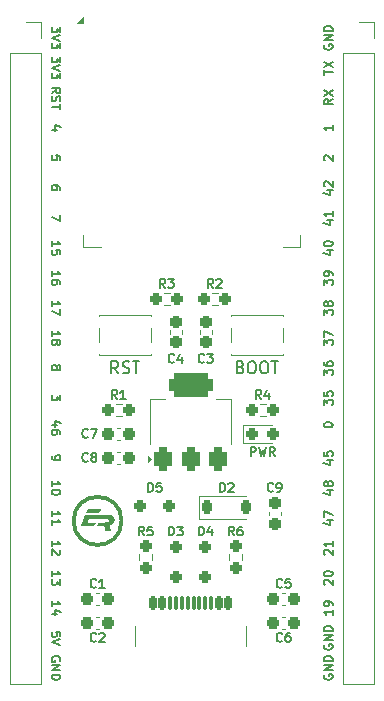
<source format=gto>
G04 #@! TF.GenerationSoftware,KiCad,Pcbnew,8.0.3*
G04 #@! TF.CreationDate,2024-06-25T22:22:52-04:00*
G04 #@! TF.ProjectId,ESP32-S3-DevBoard,45535033-322d-4533-932d-446576426f61,rev?*
G04 #@! TF.SameCoordinates,Original*
G04 #@! TF.FileFunction,Legend,Top*
G04 #@! TF.FilePolarity,Positive*
%FSLAX46Y46*%
G04 Gerber Fmt 4.6, Leading zero omitted, Abs format (unit mm)*
G04 Created by KiCad (PCBNEW 8.0.3) date 2024-06-25 22:22:52*
%MOMM*%
%LPD*%
G01*
G04 APERTURE LIST*
G04 Aperture macros list*
%AMRoundRect*
0 Rectangle with rounded corners*
0 $1 Rounding radius*
0 $2 $3 $4 $5 $6 $7 $8 $9 X,Y pos of 4 corners*
0 Add a 4 corners polygon primitive as box body*
4,1,4,$2,$3,$4,$5,$6,$7,$8,$9,$2,$3,0*
0 Add four circle primitives for the rounded corners*
1,1,$1+$1,$2,$3*
1,1,$1+$1,$4,$5*
1,1,$1+$1,$6,$7*
1,1,$1+$1,$8,$9*
0 Add four rect primitives between the rounded corners*
20,1,$1+$1,$2,$3,$4,$5,0*
20,1,$1+$1,$4,$5,$6,$7,0*
20,1,$1+$1,$6,$7,$8,$9,0*
20,1,$1+$1,$8,$9,$2,$3,0*%
G04 Aperture macros list end*
%ADD10C,0.300000*%
%ADD11C,0.150000*%
%ADD12C,0.200000*%
%ADD13C,0.120000*%
%ADD14C,0.000000*%
%ADD15R,1.500000X0.900000*%
%ADD16R,0.900000X1.500000*%
%ADD17C,0.600000*%
%ADD18R,3.900000X3.900000*%
%ADD19RoundRect,0.237500X-0.250000X-0.237500X0.250000X-0.237500X0.250000X0.237500X-0.250000X0.237500X0*%
%ADD20R,1.050000X0.650000*%
%ADD21RoundRect,0.375000X0.375000X-0.625000X0.375000X0.625000X-0.375000X0.625000X-0.375000X-0.625000X0*%
%ADD22RoundRect,0.500000X1.400000X-0.500000X1.400000X0.500000X-1.400000X0.500000X-1.400000X-0.500000X0*%
%ADD23RoundRect,0.237500X0.300000X0.237500X-0.300000X0.237500X-0.300000X-0.237500X0.300000X-0.237500X0*%
%ADD24RoundRect,0.237500X0.237500X-0.250000X0.237500X0.250000X-0.237500X0.250000X-0.237500X-0.250000X0*%
%ADD25RoundRect,0.237500X-0.300000X-0.237500X0.300000X-0.237500X0.300000X0.237500X-0.300000X0.237500X0*%
%ADD26R,1.700000X1.700000*%
%ADD27O,1.700000X1.700000*%
%ADD28RoundRect,0.237500X-0.237500X0.300000X-0.237500X-0.300000X0.237500X-0.300000X0.237500X0.300000X0*%
%ADD29RoundRect,0.237500X0.250000X0.237500X-0.250000X0.237500X-0.250000X-0.237500X0.250000X-0.237500X0*%
%ADD30RoundRect,0.237500X-0.237500X0.250000X-0.237500X-0.250000X0.237500X-0.250000X0.237500X0.250000X0*%
%ADD31RoundRect,0.250000X0.250000X0.250000X-0.250000X0.250000X-0.250000X-0.250000X0.250000X-0.250000X0*%
%ADD32RoundRect,0.250000X0.250000X-0.250000X0.250000X0.250000X-0.250000X0.250000X-0.250000X-0.250000X0*%
%ADD33RoundRect,0.237500X-0.287500X-0.237500X0.287500X-0.237500X0.287500X0.237500X-0.287500X0.237500X0*%
%ADD34RoundRect,0.250000X-0.250000X0.250000X-0.250000X-0.250000X0.250000X-0.250000X0.250000X0.250000X0*%
%ADD35RoundRect,0.225000X-0.225000X-0.375000X0.225000X-0.375000X0.225000X0.375000X-0.225000X0.375000X0*%
%ADD36O,1.000000X1.800000*%
%ADD37O,1.000000X2.100000*%
%ADD38RoundRect,0.151100X-0.151100X-0.414300X0.151100X-0.414300X0.151100X0.414300X-0.151100X0.414300X0*%
%ADD39RoundRect,0.150000X-0.150000X-0.425000X0.150000X-0.425000X0.150000X0.425000X-0.150000X0.425000X0*%
%ADD40RoundRect,0.075000X-0.075000X-0.500000X0.075000X-0.500000X0.075000X0.500000X-0.075000X0.500000X0*%
%ADD41RoundRect,0.151300X-0.151300X-0.414100X0.151300X-0.414100X0.151300X0.414100X-0.151300X0.414100X0*%
%ADD42C,0.650000*%
G04 APERTURE END LIST*
D10*
X184658000Y-95758000D02*
G75*
G02*
X180594000Y-95758000I-2032000J0D01*
G01*
X180594000Y-95758000D02*
G75*
G02*
X184658000Y-95758000I2032000J0D01*
G01*
D11*
X195596000Y-90255164D02*
X195596000Y-89505164D01*
X195596000Y-89505164D02*
X195881714Y-89505164D01*
X195881714Y-89505164D02*
X195953143Y-89540878D01*
X195953143Y-89540878D02*
X195988857Y-89576592D01*
X195988857Y-89576592D02*
X196024571Y-89648021D01*
X196024571Y-89648021D02*
X196024571Y-89755164D01*
X196024571Y-89755164D02*
X195988857Y-89826592D01*
X195988857Y-89826592D02*
X195953143Y-89862307D01*
X195953143Y-89862307D02*
X195881714Y-89898021D01*
X195881714Y-89898021D02*
X195596000Y-89898021D01*
X196274571Y-89505164D02*
X196453143Y-90255164D01*
X196453143Y-90255164D02*
X196596000Y-89719450D01*
X196596000Y-89719450D02*
X196738857Y-90255164D01*
X196738857Y-90255164D02*
X196917429Y-89505164D01*
X197631714Y-90255164D02*
X197381714Y-89898021D01*
X197203143Y-90255164D02*
X197203143Y-89505164D01*
X197203143Y-89505164D02*
X197488857Y-89505164D01*
X197488857Y-89505164D02*
X197560286Y-89540878D01*
X197560286Y-89540878D02*
X197596000Y-89576592D01*
X197596000Y-89576592D02*
X197631714Y-89648021D01*
X197631714Y-89648021D02*
X197631714Y-89755164D01*
X197631714Y-89755164D02*
X197596000Y-89826592D01*
X197596000Y-89826592D02*
X197560286Y-89862307D01*
X197560286Y-89862307D02*
X197488857Y-89898021D01*
X197488857Y-89898021D02*
X197203143Y-89898021D01*
X179445121Y-107632571D02*
X179480835Y-107561143D01*
X179480835Y-107561143D02*
X179480835Y-107454000D01*
X179480835Y-107454000D02*
X179445121Y-107346857D01*
X179445121Y-107346857D02*
X179373692Y-107275428D01*
X179373692Y-107275428D02*
X179302264Y-107239714D01*
X179302264Y-107239714D02*
X179159407Y-107204000D01*
X179159407Y-107204000D02*
X179052264Y-107204000D01*
X179052264Y-107204000D02*
X178909407Y-107239714D01*
X178909407Y-107239714D02*
X178837978Y-107275428D01*
X178837978Y-107275428D02*
X178766550Y-107346857D01*
X178766550Y-107346857D02*
X178730835Y-107454000D01*
X178730835Y-107454000D02*
X178730835Y-107525428D01*
X178730835Y-107525428D02*
X178766550Y-107632571D01*
X178766550Y-107632571D02*
X178802264Y-107668285D01*
X178802264Y-107668285D02*
X179052264Y-107668285D01*
X179052264Y-107668285D02*
X179052264Y-107525428D01*
X178730835Y-107989714D02*
X179480835Y-107989714D01*
X179480835Y-107989714D02*
X178730835Y-108418285D01*
X178730835Y-108418285D02*
X179480835Y-108418285D01*
X178730835Y-108775428D02*
X179480835Y-108775428D01*
X179480835Y-108775428D02*
X179480835Y-108953999D01*
X179480835Y-108953999D02*
X179445121Y-109061142D01*
X179445121Y-109061142D02*
X179373692Y-109132571D01*
X179373692Y-109132571D02*
X179302264Y-109168285D01*
X179302264Y-109168285D02*
X179159407Y-109203999D01*
X179159407Y-109203999D02*
X179052264Y-109203999D01*
X179052264Y-109203999D02*
X178909407Y-109168285D01*
X178909407Y-109168285D02*
X178837978Y-109132571D01*
X178837978Y-109132571D02*
X178766550Y-109061142D01*
X178766550Y-109061142D02*
X178730835Y-108953999D01*
X178730835Y-108953999D02*
X178730835Y-108775428D01*
X179230835Y-62626857D02*
X178730835Y-62626857D01*
X179516550Y-62448285D02*
X178980835Y-62269714D01*
X178980835Y-62269714D02*
X178980835Y-62733999D01*
X202023164Y-72858286D02*
X202523164Y-72858286D01*
X201737450Y-73036857D02*
X202273164Y-73215428D01*
X202273164Y-73215428D02*
X202273164Y-72751143D01*
X201773164Y-72322571D02*
X201773164Y-72251142D01*
X201773164Y-72251142D02*
X201808878Y-72179714D01*
X201808878Y-72179714D02*
X201844592Y-72144000D01*
X201844592Y-72144000D02*
X201916021Y-72108285D01*
X201916021Y-72108285D02*
X202058878Y-72072571D01*
X202058878Y-72072571D02*
X202237450Y-72072571D01*
X202237450Y-72072571D02*
X202380307Y-72108285D01*
X202380307Y-72108285D02*
X202451735Y-72144000D01*
X202451735Y-72144000D02*
X202487450Y-72179714D01*
X202487450Y-72179714D02*
X202523164Y-72251142D01*
X202523164Y-72251142D02*
X202523164Y-72322571D01*
X202523164Y-72322571D02*
X202487450Y-72394000D01*
X202487450Y-72394000D02*
X202451735Y-72429714D01*
X202451735Y-72429714D02*
X202380307Y-72465428D01*
X202380307Y-72465428D02*
X202237450Y-72501142D01*
X202237450Y-72501142D02*
X202058878Y-72501142D01*
X202058878Y-72501142D02*
X201916021Y-72465428D01*
X201916021Y-72465428D02*
X201844592Y-72429714D01*
X201844592Y-72429714D02*
X201808878Y-72394000D01*
X201808878Y-72394000D02*
X201773164Y-72322571D01*
X178730835Y-95361142D02*
X178730835Y-94932571D01*
X178730835Y-95146856D02*
X179480835Y-95146856D01*
X179480835Y-95146856D02*
X179373692Y-95075428D01*
X179373692Y-95075428D02*
X179302264Y-95003999D01*
X179302264Y-95003999D02*
X179266550Y-94932571D01*
X178730835Y-96075428D02*
X178730835Y-95646857D01*
X178730835Y-95861142D02*
X179480835Y-95861142D01*
X179480835Y-95861142D02*
X179373692Y-95789714D01*
X179373692Y-95789714D02*
X179302264Y-95718285D01*
X179302264Y-95718285D02*
X179266550Y-95646857D01*
X202023164Y-67778286D02*
X202523164Y-67778286D01*
X201737450Y-67956857D02*
X202273164Y-68135428D01*
X202273164Y-68135428D02*
X202273164Y-67671143D01*
X201844592Y-67421142D02*
X201808878Y-67385428D01*
X201808878Y-67385428D02*
X201773164Y-67314000D01*
X201773164Y-67314000D02*
X201773164Y-67135428D01*
X201773164Y-67135428D02*
X201808878Y-67064000D01*
X201808878Y-67064000D02*
X201844592Y-67028285D01*
X201844592Y-67028285D02*
X201916021Y-66992571D01*
X201916021Y-66992571D02*
X201987450Y-66992571D01*
X201987450Y-66992571D02*
X202094592Y-67028285D01*
X202094592Y-67028285D02*
X202523164Y-67456857D01*
X202523164Y-67456857D02*
X202523164Y-66992571D01*
X202523164Y-60069000D02*
X202166021Y-60319000D01*
X202523164Y-60497571D02*
X201773164Y-60497571D01*
X201773164Y-60497571D02*
X201773164Y-60211857D01*
X201773164Y-60211857D02*
X201808878Y-60140428D01*
X201808878Y-60140428D02*
X201844592Y-60104714D01*
X201844592Y-60104714D02*
X201916021Y-60069000D01*
X201916021Y-60069000D02*
X202023164Y-60069000D01*
X202023164Y-60069000D02*
X202094592Y-60104714D01*
X202094592Y-60104714D02*
X202130307Y-60140428D01*
X202130307Y-60140428D02*
X202166021Y-60211857D01*
X202166021Y-60211857D02*
X202166021Y-60497571D01*
X201773164Y-59819000D02*
X202523164Y-59319000D01*
X201773164Y-59319000D02*
X202523164Y-59819000D01*
X202023164Y-95718286D02*
X202523164Y-95718286D01*
X201737450Y-95896857D02*
X202273164Y-96075428D01*
X202273164Y-96075428D02*
X202273164Y-95611143D01*
X201773164Y-95396857D02*
X201773164Y-94896857D01*
X201773164Y-94896857D02*
X202523164Y-95218285D01*
D12*
X194730857Y-82732409D02*
X194873714Y-82780028D01*
X194873714Y-82780028D02*
X194921333Y-82827647D01*
X194921333Y-82827647D02*
X194968952Y-82922885D01*
X194968952Y-82922885D02*
X194968952Y-83065742D01*
X194968952Y-83065742D02*
X194921333Y-83160980D01*
X194921333Y-83160980D02*
X194873714Y-83208600D01*
X194873714Y-83208600D02*
X194778476Y-83256219D01*
X194778476Y-83256219D02*
X194397524Y-83256219D01*
X194397524Y-83256219D02*
X194397524Y-82256219D01*
X194397524Y-82256219D02*
X194730857Y-82256219D01*
X194730857Y-82256219D02*
X194826095Y-82303838D01*
X194826095Y-82303838D02*
X194873714Y-82351457D01*
X194873714Y-82351457D02*
X194921333Y-82446695D01*
X194921333Y-82446695D02*
X194921333Y-82541933D01*
X194921333Y-82541933D02*
X194873714Y-82637171D01*
X194873714Y-82637171D02*
X194826095Y-82684790D01*
X194826095Y-82684790D02*
X194730857Y-82732409D01*
X194730857Y-82732409D02*
X194397524Y-82732409D01*
X195588000Y-82256219D02*
X195778476Y-82256219D01*
X195778476Y-82256219D02*
X195873714Y-82303838D01*
X195873714Y-82303838D02*
X195968952Y-82399076D01*
X195968952Y-82399076D02*
X196016571Y-82589552D01*
X196016571Y-82589552D02*
X196016571Y-82922885D01*
X196016571Y-82922885D02*
X195968952Y-83113361D01*
X195968952Y-83113361D02*
X195873714Y-83208600D01*
X195873714Y-83208600D02*
X195778476Y-83256219D01*
X195778476Y-83256219D02*
X195588000Y-83256219D01*
X195588000Y-83256219D02*
X195492762Y-83208600D01*
X195492762Y-83208600D02*
X195397524Y-83113361D01*
X195397524Y-83113361D02*
X195349905Y-82922885D01*
X195349905Y-82922885D02*
X195349905Y-82589552D01*
X195349905Y-82589552D02*
X195397524Y-82399076D01*
X195397524Y-82399076D02*
X195492762Y-82303838D01*
X195492762Y-82303838D02*
X195588000Y-82256219D01*
X196635619Y-82256219D02*
X196826095Y-82256219D01*
X196826095Y-82256219D02*
X196921333Y-82303838D01*
X196921333Y-82303838D02*
X197016571Y-82399076D01*
X197016571Y-82399076D02*
X197064190Y-82589552D01*
X197064190Y-82589552D02*
X197064190Y-82922885D01*
X197064190Y-82922885D02*
X197016571Y-83113361D01*
X197016571Y-83113361D02*
X196921333Y-83208600D01*
X196921333Y-83208600D02*
X196826095Y-83256219D01*
X196826095Y-83256219D02*
X196635619Y-83256219D01*
X196635619Y-83256219D02*
X196540381Y-83208600D01*
X196540381Y-83208600D02*
X196445143Y-83113361D01*
X196445143Y-83113361D02*
X196397524Y-82922885D01*
X196397524Y-82922885D02*
X196397524Y-82589552D01*
X196397524Y-82589552D02*
X196445143Y-82399076D01*
X196445143Y-82399076D02*
X196540381Y-82303838D01*
X196540381Y-82303838D02*
X196635619Y-82256219D01*
X197349905Y-82256219D02*
X197921333Y-82256219D01*
X197635619Y-83256219D02*
X197635619Y-82256219D01*
X184364380Y-83256219D02*
X184031047Y-82780028D01*
X183792952Y-83256219D02*
X183792952Y-82256219D01*
X183792952Y-82256219D02*
X184173904Y-82256219D01*
X184173904Y-82256219D02*
X184269142Y-82303838D01*
X184269142Y-82303838D02*
X184316761Y-82351457D01*
X184316761Y-82351457D02*
X184364380Y-82446695D01*
X184364380Y-82446695D02*
X184364380Y-82589552D01*
X184364380Y-82589552D02*
X184316761Y-82684790D01*
X184316761Y-82684790D02*
X184269142Y-82732409D01*
X184269142Y-82732409D02*
X184173904Y-82780028D01*
X184173904Y-82780028D02*
X183792952Y-82780028D01*
X184745333Y-83208600D02*
X184888190Y-83256219D01*
X184888190Y-83256219D02*
X185126285Y-83256219D01*
X185126285Y-83256219D02*
X185221523Y-83208600D01*
X185221523Y-83208600D02*
X185269142Y-83160980D01*
X185269142Y-83160980D02*
X185316761Y-83065742D01*
X185316761Y-83065742D02*
X185316761Y-82970504D01*
X185316761Y-82970504D02*
X185269142Y-82875266D01*
X185269142Y-82875266D02*
X185221523Y-82827647D01*
X185221523Y-82827647D02*
X185126285Y-82780028D01*
X185126285Y-82780028D02*
X184935809Y-82732409D01*
X184935809Y-82732409D02*
X184840571Y-82684790D01*
X184840571Y-82684790D02*
X184792952Y-82637171D01*
X184792952Y-82637171D02*
X184745333Y-82541933D01*
X184745333Y-82541933D02*
X184745333Y-82446695D01*
X184745333Y-82446695D02*
X184792952Y-82351457D01*
X184792952Y-82351457D02*
X184840571Y-82303838D01*
X184840571Y-82303838D02*
X184935809Y-82256219D01*
X184935809Y-82256219D02*
X185173904Y-82256219D01*
X185173904Y-82256219D02*
X185316761Y-82303838D01*
X185602476Y-82256219D02*
X186173904Y-82256219D01*
X185888190Y-83256219D02*
X185888190Y-82256219D01*
D11*
X179480835Y-53935428D02*
X179480835Y-54399714D01*
X179480835Y-54399714D02*
X179195121Y-54149714D01*
X179195121Y-54149714D02*
X179195121Y-54256857D01*
X179195121Y-54256857D02*
X179159407Y-54328286D01*
X179159407Y-54328286D02*
X179123692Y-54364000D01*
X179123692Y-54364000D02*
X179052264Y-54399714D01*
X179052264Y-54399714D02*
X178873692Y-54399714D01*
X178873692Y-54399714D02*
X178802264Y-54364000D01*
X178802264Y-54364000D02*
X178766550Y-54328286D01*
X178766550Y-54328286D02*
X178730835Y-54256857D01*
X178730835Y-54256857D02*
X178730835Y-54042571D01*
X178730835Y-54042571D02*
X178766550Y-53971143D01*
X178766550Y-53971143D02*
X178802264Y-53935428D01*
X179480835Y-54614000D02*
X178730835Y-54864000D01*
X178730835Y-54864000D02*
X179480835Y-55114000D01*
X179480835Y-55292571D02*
X179480835Y-55756857D01*
X179480835Y-55756857D02*
X179195121Y-55506857D01*
X179195121Y-55506857D02*
X179195121Y-55614000D01*
X179195121Y-55614000D02*
X179159407Y-55685429D01*
X179159407Y-55685429D02*
X179123692Y-55721143D01*
X179123692Y-55721143D02*
X179052264Y-55756857D01*
X179052264Y-55756857D02*
X178873692Y-55756857D01*
X178873692Y-55756857D02*
X178802264Y-55721143D01*
X178802264Y-55721143D02*
X178766550Y-55685429D01*
X178766550Y-55685429D02*
X178730835Y-55614000D01*
X178730835Y-55614000D02*
X178730835Y-55399714D01*
X178730835Y-55399714D02*
X178766550Y-55328286D01*
X178766550Y-55328286D02*
X178802264Y-55292571D01*
X201773164Y-78331143D02*
X201773164Y-77866857D01*
X201773164Y-77866857D02*
X202058878Y-78116857D01*
X202058878Y-78116857D02*
X202058878Y-78009714D01*
X202058878Y-78009714D02*
X202094592Y-77938286D01*
X202094592Y-77938286D02*
X202130307Y-77902571D01*
X202130307Y-77902571D02*
X202201735Y-77866857D01*
X202201735Y-77866857D02*
X202380307Y-77866857D01*
X202380307Y-77866857D02*
X202451735Y-77902571D01*
X202451735Y-77902571D02*
X202487450Y-77938286D01*
X202487450Y-77938286D02*
X202523164Y-78009714D01*
X202523164Y-78009714D02*
X202523164Y-78224000D01*
X202523164Y-78224000D02*
X202487450Y-78295428D01*
X202487450Y-78295428D02*
X202451735Y-78331143D01*
X202094592Y-77438285D02*
X202058878Y-77509714D01*
X202058878Y-77509714D02*
X202023164Y-77545428D01*
X202023164Y-77545428D02*
X201951735Y-77581142D01*
X201951735Y-77581142D02*
X201916021Y-77581142D01*
X201916021Y-77581142D02*
X201844592Y-77545428D01*
X201844592Y-77545428D02*
X201808878Y-77509714D01*
X201808878Y-77509714D02*
X201773164Y-77438285D01*
X201773164Y-77438285D02*
X201773164Y-77295428D01*
X201773164Y-77295428D02*
X201808878Y-77224000D01*
X201808878Y-77224000D02*
X201844592Y-77188285D01*
X201844592Y-77188285D02*
X201916021Y-77152571D01*
X201916021Y-77152571D02*
X201951735Y-77152571D01*
X201951735Y-77152571D02*
X202023164Y-77188285D01*
X202023164Y-77188285D02*
X202058878Y-77224000D01*
X202058878Y-77224000D02*
X202094592Y-77295428D01*
X202094592Y-77295428D02*
X202094592Y-77438285D01*
X202094592Y-77438285D02*
X202130307Y-77509714D01*
X202130307Y-77509714D02*
X202166021Y-77545428D01*
X202166021Y-77545428D02*
X202237450Y-77581142D01*
X202237450Y-77581142D02*
X202380307Y-77581142D01*
X202380307Y-77581142D02*
X202451735Y-77545428D01*
X202451735Y-77545428D02*
X202487450Y-77509714D01*
X202487450Y-77509714D02*
X202523164Y-77438285D01*
X202523164Y-77438285D02*
X202523164Y-77295428D01*
X202523164Y-77295428D02*
X202487450Y-77224000D01*
X202487450Y-77224000D02*
X202451735Y-77188285D01*
X202451735Y-77188285D02*
X202380307Y-77152571D01*
X202380307Y-77152571D02*
X202237450Y-77152571D01*
X202237450Y-77152571D02*
X202166021Y-77188285D01*
X202166021Y-77188285D02*
X202130307Y-77224000D01*
X202130307Y-77224000D02*
X202094592Y-77295428D01*
X178730835Y-92821142D02*
X178730835Y-92392571D01*
X178730835Y-92606856D02*
X179480835Y-92606856D01*
X179480835Y-92606856D02*
X179373692Y-92535428D01*
X179373692Y-92535428D02*
X179302264Y-92463999D01*
X179302264Y-92463999D02*
X179266550Y-92392571D01*
X179480835Y-93285428D02*
X179480835Y-93356857D01*
X179480835Y-93356857D02*
X179445121Y-93428285D01*
X179445121Y-93428285D02*
X179409407Y-93464000D01*
X179409407Y-93464000D02*
X179337978Y-93499714D01*
X179337978Y-93499714D02*
X179195121Y-93535428D01*
X179195121Y-93535428D02*
X179016550Y-93535428D01*
X179016550Y-93535428D02*
X178873692Y-93499714D01*
X178873692Y-93499714D02*
X178802264Y-93464000D01*
X178802264Y-93464000D02*
X178766550Y-93428285D01*
X178766550Y-93428285D02*
X178730835Y-93356857D01*
X178730835Y-93356857D02*
X178730835Y-93285428D01*
X178730835Y-93285428D02*
X178766550Y-93214000D01*
X178766550Y-93214000D02*
X178802264Y-93178285D01*
X178802264Y-93178285D02*
X178873692Y-93142571D01*
X178873692Y-93142571D02*
X179016550Y-93106857D01*
X179016550Y-93106857D02*
X179195121Y-93106857D01*
X179195121Y-93106857D02*
X179337978Y-93142571D01*
X179337978Y-93142571D02*
X179409407Y-93178285D01*
X179409407Y-93178285D02*
X179445121Y-93214000D01*
X179445121Y-93214000D02*
X179480835Y-93285428D01*
X179480835Y-105521143D02*
X179480835Y-105164000D01*
X179480835Y-105164000D02*
X179123692Y-105128286D01*
X179123692Y-105128286D02*
X179159407Y-105164000D01*
X179159407Y-105164000D02*
X179195121Y-105235429D01*
X179195121Y-105235429D02*
X179195121Y-105414000D01*
X179195121Y-105414000D02*
X179159407Y-105485429D01*
X179159407Y-105485429D02*
X179123692Y-105521143D01*
X179123692Y-105521143D02*
X179052264Y-105556857D01*
X179052264Y-105556857D02*
X178873692Y-105556857D01*
X178873692Y-105556857D02*
X178802264Y-105521143D01*
X178802264Y-105521143D02*
X178766550Y-105485429D01*
X178766550Y-105485429D02*
X178730835Y-105414000D01*
X178730835Y-105414000D02*
X178730835Y-105235429D01*
X178730835Y-105235429D02*
X178766550Y-105164000D01*
X178766550Y-105164000D02*
X178802264Y-105128286D01*
X179480835Y-105771143D02*
X178730835Y-106021143D01*
X178730835Y-106021143D02*
X179480835Y-106271143D01*
X201773164Y-87665714D02*
X201773164Y-87594285D01*
X201773164Y-87594285D02*
X201808878Y-87522857D01*
X201808878Y-87522857D02*
X201844592Y-87487143D01*
X201844592Y-87487143D02*
X201916021Y-87451428D01*
X201916021Y-87451428D02*
X202058878Y-87415714D01*
X202058878Y-87415714D02*
X202237450Y-87415714D01*
X202237450Y-87415714D02*
X202380307Y-87451428D01*
X202380307Y-87451428D02*
X202451735Y-87487143D01*
X202451735Y-87487143D02*
X202487450Y-87522857D01*
X202487450Y-87522857D02*
X202523164Y-87594285D01*
X202523164Y-87594285D02*
X202523164Y-87665714D01*
X202523164Y-87665714D02*
X202487450Y-87737143D01*
X202487450Y-87737143D02*
X202451735Y-87772857D01*
X202451735Y-87772857D02*
X202380307Y-87808571D01*
X202380307Y-87808571D02*
X202237450Y-87844285D01*
X202237450Y-87844285D02*
X202058878Y-87844285D01*
X202058878Y-87844285D02*
X201916021Y-87808571D01*
X201916021Y-87808571D02*
X201844592Y-87772857D01*
X201844592Y-87772857D02*
X201808878Y-87737143D01*
X201808878Y-87737143D02*
X201773164Y-87665714D01*
X201808878Y-106235428D02*
X201773164Y-106306857D01*
X201773164Y-106306857D02*
X201773164Y-106413999D01*
X201773164Y-106413999D02*
X201808878Y-106521142D01*
X201808878Y-106521142D02*
X201880307Y-106592571D01*
X201880307Y-106592571D02*
X201951735Y-106628285D01*
X201951735Y-106628285D02*
X202094592Y-106663999D01*
X202094592Y-106663999D02*
X202201735Y-106663999D01*
X202201735Y-106663999D02*
X202344592Y-106628285D01*
X202344592Y-106628285D02*
X202416021Y-106592571D01*
X202416021Y-106592571D02*
X202487450Y-106521142D01*
X202487450Y-106521142D02*
X202523164Y-106413999D01*
X202523164Y-106413999D02*
X202523164Y-106342571D01*
X202523164Y-106342571D02*
X202487450Y-106235428D01*
X202487450Y-106235428D02*
X202451735Y-106199714D01*
X202451735Y-106199714D02*
X202201735Y-106199714D01*
X202201735Y-106199714D02*
X202201735Y-106342571D01*
X202523164Y-105878285D02*
X201773164Y-105878285D01*
X201773164Y-105878285D02*
X202523164Y-105449714D01*
X202523164Y-105449714D02*
X201773164Y-105449714D01*
X202523164Y-105092571D02*
X201773164Y-105092571D01*
X201773164Y-105092571D02*
X201773164Y-104914000D01*
X201773164Y-104914000D02*
X201808878Y-104806857D01*
X201808878Y-104806857D02*
X201880307Y-104735428D01*
X201880307Y-104735428D02*
X201951735Y-104699714D01*
X201951735Y-104699714D02*
X202094592Y-104664000D01*
X202094592Y-104664000D02*
X202201735Y-104664000D01*
X202201735Y-104664000D02*
X202344592Y-104699714D01*
X202344592Y-104699714D02*
X202416021Y-104735428D01*
X202416021Y-104735428D02*
X202487450Y-104806857D01*
X202487450Y-104806857D02*
X202523164Y-104914000D01*
X202523164Y-104914000D02*
X202523164Y-105092571D01*
X178730835Y-90281142D02*
X178730835Y-90423999D01*
X178730835Y-90423999D02*
X178766550Y-90495428D01*
X178766550Y-90495428D02*
X178802264Y-90531142D01*
X178802264Y-90531142D02*
X178909407Y-90602571D01*
X178909407Y-90602571D02*
X179052264Y-90638285D01*
X179052264Y-90638285D02*
X179337978Y-90638285D01*
X179337978Y-90638285D02*
X179409407Y-90602571D01*
X179409407Y-90602571D02*
X179445121Y-90566857D01*
X179445121Y-90566857D02*
X179480835Y-90495428D01*
X179480835Y-90495428D02*
X179480835Y-90352571D01*
X179480835Y-90352571D02*
X179445121Y-90281142D01*
X179445121Y-90281142D02*
X179409407Y-90245428D01*
X179409407Y-90245428D02*
X179337978Y-90209714D01*
X179337978Y-90209714D02*
X179159407Y-90209714D01*
X179159407Y-90209714D02*
X179087978Y-90245428D01*
X179087978Y-90245428D02*
X179052264Y-90281142D01*
X179052264Y-90281142D02*
X179016550Y-90352571D01*
X179016550Y-90352571D02*
X179016550Y-90495428D01*
X179016550Y-90495428D02*
X179052264Y-90566857D01*
X179052264Y-90566857D02*
X179087978Y-90602571D01*
X179087978Y-90602571D02*
X179159407Y-90638285D01*
X202523164Y-62269714D02*
X202523164Y-62698285D01*
X202523164Y-62484000D02*
X201773164Y-62484000D01*
X201773164Y-62484000D02*
X201880307Y-62555428D01*
X201880307Y-62555428D02*
X201951735Y-62626857D01*
X201951735Y-62626857D02*
X201987450Y-62698285D01*
X178730835Y-77581142D02*
X178730835Y-77152571D01*
X178730835Y-77366856D02*
X179480835Y-77366856D01*
X179480835Y-77366856D02*
X179373692Y-77295428D01*
X179373692Y-77295428D02*
X179302264Y-77223999D01*
X179302264Y-77223999D02*
X179266550Y-77152571D01*
X179480835Y-77831142D02*
X179480835Y-78331142D01*
X179480835Y-78331142D02*
X178730835Y-78009714D01*
X201773164Y-80871143D02*
X201773164Y-80406857D01*
X201773164Y-80406857D02*
X202058878Y-80656857D01*
X202058878Y-80656857D02*
X202058878Y-80549714D01*
X202058878Y-80549714D02*
X202094592Y-80478286D01*
X202094592Y-80478286D02*
X202130307Y-80442571D01*
X202130307Y-80442571D02*
X202201735Y-80406857D01*
X202201735Y-80406857D02*
X202380307Y-80406857D01*
X202380307Y-80406857D02*
X202451735Y-80442571D01*
X202451735Y-80442571D02*
X202487450Y-80478286D01*
X202487450Y-80478286D02*
X202523164Y-80549714D01*
X202523164Y-80549714D02*
X202523164Y-80764000D01*
X202523164Y-80764000D02*
X202487450Y-80835428D01*
X202487450Y-80835428D02*
X202451735Y-80871143D01*
X201773164Y-80156857D02*
X201773164Y-79656857D01*
X201773164Y-79656857D02*
X202523164Y-79978285D01*
X179159407Y-82732571D02*
X179195121Y-82661142D01*
X179195121Y-82661142D02*
X179230835Y-82625428D01*
X179230835Y-82625428D02*
X179302264Y-82589714D01*
X179302264Y-82589714D02*
X179337978Y-82589714D01*
X179337978Y-82589714D02*
X179409407Y-82625428D01*
X179409407Y-82625428D02*
X179445121Y-82661142D01*
X179445121Y-82661142D02*
X179480835Y-82732571D01*
X179480835Y-82732571D02*
X179480835Y-82875428D01*
X179480835Y-82875428D02*
X179445121Y-82946857D01*
X179445121Y-82946857D02*
X179409407Y-82982571D01*
X179409407Y-82982571D02*
X179337978Y-83018285D01*
X179337978Y-83018285D02*
X179302264Y-83018285D01*
X179302264Y-83018285D02*
X179230835Y-82982571D01*
X179230835Y-82982571D02*
X179195121Y-82946857D01*
X179195121Y-82946857D02*
X179159407Y-82875428D01*
X179159407Y-82875428D02*
X179159407Y-82732571D01*
X179159407Y-82732571D02*
X179123692Y-82661142D01*
X179123692Y-82661142D02*
X179087978Y-82625428D01*
X179087978Y-82625428D02*
X179016550Y-82589714D01*
X179016550Y-82589714D02*
X178873692Y-82589714D01*
X178873692Y-82589714D02*
X178802264Y-82625428D01*
X178802264Y-82625428D02*
X178766550Y-82661142D01*
X178766550Y-82661142D02*
X178730835Y-82732571D01*
X178730835Y-82732571D02*
X178730835Y-82875428D01*
X178730835Y-82875428D02*
X178766550Y-82946857D01*
X178766550Y-82946857D02*
X178802264Y-82982571D01*
X178802264Y-82982571D02*
X178873692Y-83018285D01*
X178873692Y-83018285D02*
X179016550Y-83018285D01*
X179016550Y-83018285D02*
X179087978Y-82982571D01*
X179087978Y-82982571D02*
X179123692Y-82946857D01*
X179123692Y-82946857D02*
X179159407Y-82875428D01*
X201844592Y-101155428D02*
X201808878Y-101119714D01*
X201808878Y-101119714D02*
X201773164Y-101048286D01*
X201773164Y-101048286D02*
X201773164Y-100869714D01*
X201773164Y-100869714D02*
X201808878Y-100798286D01*
X201808878Y-100798286D02*
X201844592Y-100762571D01*
X201844592Y-100762571D02*
X201916021Y-100726857D01*
X201916021Y-100726857D02*
X201987450Y-100726857D01*
X201987450Y-100726857D02*
X202094592Y-100762571D01*
X202094592Y-100762571D02*
X202523164Y-101191143D01*
X202523164Y-101191143D02*
X202523164Y-100726857D01*
X201773164Y-100262571D02*
X201773164Y-100191142D01*
X201773164Y-100191142D02*
X201808878Y-100119714D01*
X201808878Y-100119714D02*
X201844592Y-100084000D01*
X201844592Y-100084000D02*
X201916021Y-100048285D01*
X201916021Y-100048285D02*
X202058878Y-100012571D01*
X202058878Y-100012571D02*
X202237450Y-100012571D01*
X202237450Y-100012571D02*
X202380307Y-100048285D01*
X202380307Y-100048285D02*
X202451735Y-100084000D01*
X202451735Y-100084000D02*
X202487450Y-100119714D01*
X202487450Y-100119714D02*
X202523164Y-100191142D01*
X202523164Y-100191142D02*
X202523164Y-100262571D01*
X202523164Y-100262571D02*
X202487450Y-100334000D01*
X202487450Y-100334000D02*
X202451735Y-100369714D01*
X202451735Y-100369714D02*
X202380307Y-100405428D01*
X202380307Y-100405428D02*
X202237450Y-100441142D01*
X202237450Y-100441142D02*
X202058878Y-100441142D01*
X202058878Y-100441142D02*
X201916021Y-100405428D01*
X201916021Y-100405428D02*
X201844592Y-100369714D01*
X201844592Y-100369714D02*
X201808878Y-100334000D01*
X201808878Y-100334000D02*
X201773164Y-100262571D01*
X201808878Y-55435428D02*
X201773164Y-55506857D01*
X201773164Y-55506857D02*
X201773164Y-55613999D01*
X201773164Y-55613999D02*
X201808878Y-55721142D01*
X201808878Y-55721142D02*
X201880307Y-55792571D01*
X201880307Y-55792571D02*
X201951735Y-55828285D01*
X201951735Y-55828285D02*
X202094592Y-55863999D01*
X202094592Y-55863999D02*
X202201735Y-55863999D01*
X202201735Y-55863999D02*
X202344592Y-55828285D01*
X202344592Y-55828285D02*
X202416021Y-55792571D01*
X202416021Y-55792571D02*
X202487450Y-55721142D01*
X202487450Y-55721142D02*
X202523164Y-55613999D01*
X202523164Y-55613999D02*
X202523164Y-55542571D01*
X202523164Y-55542571D02*
X202487450Y-55435428D01*
X202487450Y-55435428D02*
X202451735Y-55399714D01*
X202451735Y-55399714D02*
X202201735Y-55399714D01*
X202201735Y-55399714D02*
X202201735Y-55542571D01*
X202523164Y-55078285D02*
X201773164Y-55078285D01*
X201773164Y-55078285D02*
X202523164Y-54649714D01*
X202523164Y-54649714D02*
X201773164Y-54649714D01*
X202523164Y-54292571D02*
X201773164Y-54292571D01*
X201773164Y-54292571D02*
X201773164Y-54114000D01*
X201773164Y-54114000D02*
X201808878Y-54006857D01*
X201808878Y-54006857D02*
X201880307Y-53935428D01*
X201880307Y-53935428D02*
X201951735Y-53899714D01*
X201951735Y-53899714D02*
X202094592Y-53864000D01*
X202094592Y-53864000D02*
X202201735Y-53864000D01*
X202201735Y-53864000D02*
X202344592Y-53899714D01*
X202344592Y-53899714D02*
X202416021Y-53935428D01*
X202416021Y-53935428D02*
X202487450Y-54006857D01*
X202487450Y-54006857D02*
X202523164Y-54114000D01*
X202523164Y-54114000D02*
X202523164Y-54292571D01*
X201773164Y-85951143D02*
X201773164Y-85486857D01*
X201773164Y-85486857D02*
X202058878Y-85736857D01*
X202058878Y-85736857D02*
X202058878Y-85629714D01*
X202058878Y-85629714D02*
X202094592Y-85558286D01*
X202094592Y-85558286D02*
X202130307Y-85522571D01*
X202130307Y-85522571D02*
X202201735Y-85486857D01*
X202201735Y-85486857D02*
X202380307Y-85486857D01*
X202380307Y-85486857D02*
X202451735Y-85522571D01*
X202451735Y-85522571D02*
X202487450Y-85558286D01*
X202487450Y-85558286D02*
X202523164Y-85629714D01*
X202523164Y-85629714D02*
X202523164Y-85844000D01*
X202523164Y-85844000D02*
X202487450Y-85915428D01*
X202487450Y-85915428D02*
X202451735Y-85951143D01*
X201773164Y-84808285D02*
X201773164Y-85165428D01*
X201773164Y-85165428D02*
X202130307Y-85201142D01*
X202130307Y-85201142D02*
X202094592Y-85165428D01*
X202094592Y-85165428D02*
X202058878Y-85094000D01*
X202058878Y-85094000D02*
X202058878Y-84915428D01*
X202058878Y-84915428D02*
X202094592Y-84844000D01*
X202094592Y-84844000D02*
X202130307Y-84808285D01*
X202130307Y-84808285D02*
X202201735Y-84772571D01*
X202201735Y-84772571D02*
X202380307Y-84772571D01*
X202380307Y-84772571D02*
X202451735Y-84808285D01*
X202451735Y-84808285D02*
X202487450Y-84844000D01*
X202487450Y-84844000D02*
X202523164Y-84915428D01*
X202523164Y-84915428D02*
X202523164Y-85094000D01*
X202523164Y-85094000D02*
X202487450Y-85165428D01*
X202487450Y-85165428D02*
X202451735Y-85201142D01*
X201808878Y-108775428D02*
X201773164Y-108846857D01*
X201773164Y-108846857D02*
X201773164Y-108953999D01*
X201773164Y-108953999D02*
X201808878Y-109061142D01*
X201808878Y-109061142D02*
X201880307Y-109132571D01*
X201880307Y-109132571D02*
X201951735Y-109168285D01*
X201951735Y-109168285D02*
X202094592Y-109203999D01*
X202094592Y-109203999D02*
X202201735Y-109203999D01*
X202201735Y-109203999D02*
X202344592Y-109168285D01*
X202344592Y-109168285D02*
X202416021Y-109132571D01*
X202416021Y-109132571D02*
X202487450Y-109061142D01*
X202487450Y-109061142D02*
X202523164Y-108953999D01*
X202523164Y-108953999D02*
X202523164Y-108882571D01*
X202523164Y-108882571D02*
X202487450Y-108775428D01*
X202487450Y-108775428D02*
X202451735Y-108739714D01*
X202451735Y-108739714D02*
X202201735Y-108739714D01*
X202201735Y-108739714D02*
X202201735Y-108882571D01*
X202523164Y-108418285D02*
X201773164Y-108418285D01*
X201773164Y-108418285D02*
X202523164Y-107989714D01*
X202523164Y-107989714D02*
X201773164Y-107989714D01*
X202523164Y-107632571D02*
X201773164Y-107632571D01*
X201773164Y-107632571D02*
X201773164Y-107454000D01*
X201773164Y-107454000D02*
X201808878Y-107346857D01*
X201808878Y-107346857D02*
X201880307Y-107275428D01*
X201880307Y-107275428D02*
X201951735Y-107239714D01*
X201951735Y-107239714D02*
X202094592Y-107204000D01*
X202094592Y-107204000D02*
X202201735Y-107204000D01*
X202201735Y-107204000D02*
X202344592Y-107239714D01*
X202344592Y-107239714D02*
X202416021Y-107275428D01*
X202416021Y-107275428D02*
X202487450Y-107346857D01*
X202487450Y-107346857D02*
X202523164Y-107454000D01*
X202523164Y-107454000D02*
X202523164Y-107632571D01*
X178730835Y-102981142D02*
X178730835Y-102552571D01*
X178730835Y-102766856D02*
X179480835Y-102766856D01*
X179480835Y-102766856D02*
X179373692Y-102695428D01*
X179373692Y-102695428D02*
X179302264Y-102623999D01*
X179302264Y-102623999D02*
X179266550Y-102552571D01*
X179230835Y-103624000D02*
X178730835Y-103624000D01*
X179516550Y-103445428D02*
X178980835Y-103266857D01*
X178980835Y-103266857D02*
X178980835Y-103731142D01*
X179480835Y-56475428D02*
X179480835Y-56939714D01*
X179480835Y-56939714D02*
X179195121Y-56689714D01*
X179195121Y-56689714D02*
X179195121Y-56796857D01*
X179195121Y-56796857D02*
X179159407Y-56868286D01*
X179159407Y-56868286D02*
X179123692Y-56904000D01*
X179123692Y-56904000D02*
X179052264Y-56939714D01*
X179052264Y-56939714D02*
X178873692Y-56939714D01*
X178873692Y-56939714D02*
X178802264Y-56904000D01*
X178802264Y-56904000D02*
X178766550Y-56868286D01*
X178766550Y-56868286D02*
X178730835Y-56796857D01*
X178730835Y-56796857D02*
X178730835Y-56582571D01*
X178730835Y-56582571D02*
X178766550Y-56511143D01*
X178766550Y-56511143D02*
X178802264Y-56475428D01*
X179480835Y-57154000D02*
X178730835Y-57404000D01*
X178730835Y-57404000D02*
X179480835Y-57654000D01*
X179480835Y-57832571D02*
X179480835Y-58296857D01*
X179480835Y-58296857D02*
X179195121Y-58046857D01*
X179195121Y-58046857D02*
X179195121Y-58154000D01*
X179195121Y-58154000D02*
X179159407Y-58225429D01*
X179159407Y-58225429D02*
X179123692Y-58261143D01*
X179123692Y-58261143D02*
X179052264Y-58296857D01*
X179052264Y-58296857D02*
X178873692Y-58296857D01*
X178873692Y-58296857D02*
X178802264Y-58261143D01*
X178802264Y-58261143D02*
X178766550Y-58225429D01*
X178766550Y-58225429D02*
X178730835Y-58154000D01*
X178730835Y-58154000D02*
X178730835Y-57939714D01*
X178730835Y-57939714D02*
X178766550Y-57868286D01*
X178766550Y-57868286D02*
X178802264Y-57832571D01*
X178730835Y-100441142D02*
X178730835Y-100012571D01*
X178730835Y-100226856D02*
X179480835Y-100226856D01*
X179480835Y-100226856D02*
X179373692Y-100155428D01*
X179373692Y-100155428D02*
X179302264Y-100083999D01*
X179302264Y-100083999D02*
X179266550Y-100012571D01*
X179480835Y-100691142D02*
X179480835Y-101155428D01*
X179480835Y-101155428D02*
X179195121Y-100905428D01*
X179195121Y-100905428D02*
X179195121Y-101012571D01*
X179195121Y-101012571D02*
X179159407Y-101084000D01*
X179159407Y-101084000D02*
X179123692Y-101119714D01*
X179123692Y-101119714D02*
X179052264Y-101155428D01*
X179052264Y-101155428D02*
X178873692Y-101155428D01*
X178873692Y-101155428D02*
X178802264Y-101119714D01*
X178802264Y-101119714D02*
X178766550Y-101084000D01*
X178766550Y-101084000D02*
X178730835Y-101012571D01*
X178730835Y-101012571D02*
X178730835Y-100798285D01*
X178730835Y-100798285D02*
X178766550Y-100726857D01*
X178766550Y-100726857D02*
X178802264Y-100691142D01*
X201773164Y-57975428D02*
X201773164Y-57546857D01*
X202523164Y-57761142D02*
X201773164Y-57761142D01*
X201773164Y-57368285D02*
X202523164Y-56868285D01*
X201773164Y-56868285D02*
X202523164Y-57368285D01*
X202023164Y-90638286D02*
X202523164Y-90638286D01*
X201737450Y-90816857D02*
X202273164Y-90995428D01*
X202273164Y-90995428D02*
X202273164Y-90531143D01*
X201773164Y-89888285D02*
X201773164Y-90245428D01*
X201773164Y-90245428D02*
X202130307Y-90281142D01*
X202130307Y-90281142D02*
X202094592Y-90245428D01*
X202094592Y-90245428D02*
X202058878Y-90174000D01*
X202058878Y-90174000D02*
X202058878Y-89995428D01*
X202058878Y-89995428D02*
X202094592Y-89924000D01*
X202094592Y-89924000D02*
X202130307Y-89888285D01*
X202130307Y-89888285D02*
X202201735Y-89852571D01*
X202201735Y-89852571D02*
X202380307Y-89852571D01*
X202380307Y-89852571D02*
X202451735Y-89888285D01*
X202451735Y-89888285D02*
X202487450Y-89924000D01*
X202487450Y-89924000D02*
X202523164Y-89995428D01*
X202523164Y-89995428D02*
X202523164Y-90174000D01*
X202523164Y-90174000D02*
X202487450Y-90245428D01*
X202487450Y-90245428D02*
X202451735Y-90281142D01*
X202023164Y-70318286D02*
X202523164Y-70318286D01*
X201737450Y-70496857D02*
X202273164Y-70675428D01*
X202273164Y-70675428D02*
X202273164Y-70211143D01*
X202523164Y-69532571D02*
X202523164Y-69961142D01*
X202523164Y-69746857D02*
X201773164Y-69746857D01*
X201773164Y-69746857D02*
X201880307Y-69818285D01*
X201880307Y-69818285D02*
X201951735Y-69889714D01*
X201951735Y-69889714D02*
X201987450Y-69961142D01*
X178730835Y-97901142D02*
X178730835Y-97472571D01*
X178730835Y-97686856D02*
X179480835Y-97686856D01*
X179480835Y-97686856D02*
X179373692Y-97615428D01*
X179373692Y-97615428D02*
X179302264Y-97543999D01*
X179302264Y-97543999D02*
X179266550Y-97472571D01*
X179409407Y-98186857D02*
X179445121Y-98222571D01*
X179445121Y-98222571D02*
X179480835Y-98294000D01*
X179480835Y-98294000D02*
X179480835Y-98472571D01*
X179480835Y-98472571D02*
X179445121Y-98544000D01*
X179445121Y-98544000D02*
X179409407Y-98579714D01*
X179409407Y-98579714D02*
X179337978Y-98615428D01*
X179337978Y-98615428D02*
X179266550Y-98615428D01*
X179266550Y-98615428D02*
X179159407Y-98579714D01*
X179159407Y-98579714D02*
X178730835Y-98151142D01*
X178730835Y-98151142D02*
X178730835Y-98615428D01*
X179480835Y-69853999D02*
X179480835Y-70353999D01*
X179480835Y-70353999D02*
X178730835Y-70032571D01*
X179480835Y-85093999D02*
X179480835Y-85558285D01*
X179480835Y-85558285D02*
X179195121Y-85308285D01*
X179195121Y-85308285D02*
X179195121Y-85415428D01*
X179195121Y-85415428D02*
X179159407Y-85486857D01*
X179159407Y-85486857D02*
X179123692Y-85522571D01*
X179123692Y-85522571D02*
X179052264Y-85558285D01*
X179052264Y-85558285D02*
X178873692Y-85558285D01*
X178873692Y-85558285D02*
X178802264Y-85522571D01*
X178802264Y-85522571D02*
X178766550Y-85486857D01*
X178766550Y-85486857D02*
X178730835Y-85415428D01*
X178730835Y-85415428D02*
X178730835Y-85201142D01*
X178730835Y-85201142D02*
X178766550Y-85129714D01*
X178766550Y-85129714D02*
X178802264Y-85093999D01*
X202523164Y-103266857D02*
X202523164Y-103695428D01*
X202523164Y-103481143D02*
X201773164Y-103481143D01*
X201773164Y-103481143D02*
X201880307Y-103552571D01*
X201880307Y-103552571D02*
X201951735Y-103624000D01*
X201951735Y-103624000D02*
X201987450Y-103695428D01*
X202523164Y-102909714D02*
X202523164Y-102766857D01*
X202523164Y-102766857D02*
X202487450Y-102695428D01*
X202487450Y-102695428D02*
X202451735Y-102659714D01*
X202451735Y-102659714D02*
X202344592Y-102588285D01*
X202344592Y-102588285D02*
X202201735Y-102552571D01*
X202201735Y-102552571D02*
X201916021Y-102552571D01*
X201916021Y-102552571D02*
X201844592Y-102588285D01*
X201844592Y-102588285D02*
X201808878Y-102624000D01*
X201808878Y-102624000D02*
X201773164Y-102695428D01*
X201773164Y-102695428D02*
X201773164Y-102838285D01*
X201773164Y-102838285D02*
X201808878Y-102909714D01*
X201808878Y-102909714D02*
X201844592Y-102945428D01*
X201844592Y-102945428D02*
X201916021Y-102981142D01*
X201916021Y-102981142D02*
X202094592Y-102981142D01*
X202094592Y-102981142D02*
X202166021Y-102945428D01*
X202166021Y-102945428D02*
X202201735Y-102909714D01*
X202201735Y-102909714D02*
X202237450Y-102838285D01*
X202237450Y-102838285D02*
X202237450Y-102695428D01*
X202237450Y-102695428D02*
X202201735Y-102624000D01*
X202201735Y-102624000D02*
X202166021Y-102588285D01*
X202166021Y-102588285D02*
X202094592Y-102552571D01*
X179230835Y-87669714D02*
X178730835Y-87669714D01*
X179516550Y-87491142D02*
X178980835Y-87312571D01*
X178980835Y-87312571D02*
X178980835Y-87776856D01*
X179480835Y-88384000D02*
X179480835Y-88241142D01*
X179480835Y-88241142D02*
X179445121Y-88169714D01*
X179445121Y-88169714D02*
X179409407Y-88134000D01*
X179409407Y-88134000D02*
X179302264Y-88062571D01*
X179302264Y-88062571D02*
X179159407Y-88026857D01*
X179159407Y-88026857D02*
X178873692Y-88026857D01*
X178873692Y-88026857D02*
X178802264Y-88062571D01*
X178802264Y-88062571D02*
X178766550Y-88098285D01*
X178766550Y-88098285D02*
X178730835Y-88169714D01*
X178730835Y-88169714D02*
X178730835Y-88312571D01*
X178730835Y-88312571D02*
X178766550Y-88384000D01*
X178766550Y-88384000D02*
X178802264Y-88419714D01*
X178802264Y-88419714D02*
X178873692Y-88455428D01*
X178873692Y-88455428D02*
X179052264Y-88455428D01*
X179052264Y-88455428D02*
X179123692Y-88419714D01*
X179123692Y-88419714D02*
X179159407Y-88384000D01*
X179159407Y-88384000D02*
X179195121Y-88312571D01*
X179195121Y-88312571D02*
X179195121Y-88169714D01*
X179195121Y-88169714D02*
X179159407Y-88098285D01*
X179159407Y-88098285D02*
X179123692Y-88062571D01*
X179123692Y-88062571D02*
X179052264Y-88026857D01*
X178730835Y-59533285D02*
X179087978Y-59283285D01*
X178730835Y-59104714D02*
X179480835Y-59104714D01*
X179480835Y-59104714D02*
X179480835Y-59390428D01*
X179480835Y-59390428D02*
X179445121Y-59461857D01*
X179445121Y-59461857D02*
X179409407Y-59497571D01*
X179409407Y-59497571D02*
X179337978Y-59533285D01*
X179337978Y-59533285D02*
X179230835Y-59533285D01*
X179230835Y-59533285D02*
X179159407Y-59497571D01*
X179159407Y-59497571D02*
X179123692Y-59461857D01*
X179123692Y-59461857D02*
X179087978Y-59390428D01*
X179087978Y-59390428D02*
X179087978Y-59104714D01*
X178766550Y-59819000D02*
X178730835Y-59926143D01*
X178730835Y-59926143D02*
X178730835Y-60104714D01*
X178730835Y-60104714D02*
X178766550Y-60176143D01*
X178766550Y-60176143D02*
X178802264Y-60211857D01*
X178802264Y-60211857D02*
X178873692Y-60247571D01*
X178873692Y-60247571D02*
X178945121Y-60247571D01*
X178945121Y-60247571D02*
X179016550Y-60211857D01*
X179016550Y-60211857D02*
X179052264Y-60176143D01*
X179052264Y-60176143D02*
X179087978Y-60104714D01*
X179087978Y-60104714D02*
X179123692Y-59961857D01*
X179123692Y-59961857D02*
X179159407Y-59890428D01*
X179159407Y-59890428D02*
X179195121Y-59854714D01*
X179195121Y-59854714D02*
X179266550Y-59819000D01*
X179266550Y-59819000D02*
X179337978Y-59819000D01*
X179337978Y-59819000D02*
X179409407Y-59854714D01*
X179409407Y-59854714D02*
X179445121Y-59890428D01*
X179445121Y-59890428D02*
X179480835Y-59961857D01*
X179480835Y-59961857D02*
X179480835Y-60140428D01*
X179480835Y-60140428D02*
X179445121Y-60247571D01*
X179480835Y-60461857D02*
X179480835Y-60890429D01*
X178730835Y-60676143D02*
X179480835Y-60676143D01*
X178730835Y-80121142D02*
X178730835Y-79692571D01*
X178730835Y-79906856D02*
X179480835Y-79906856D01*
X179480835Y-79906856D02*
X179373692Y-79835428D01*
X179373692Y-79835428D02*
X179302264Y-79763999D01*
X179302264Y-79763999D02*
X179266550Y-79692571D01*
X179159407Y-80549714D02*
X179195121Y-80478285D01*
X179195121Y-80478285D02*
X179230835Y-80442571D01*
X179230835Y-80442571D02*
X179302264Y-80406857D01*
X179302264Y-80406857D02*
X179337978Y-80406857D01*
X179337978Y-80406857D02*
X179409407Y-80442571D01*
X179409407Y-80442571D02*
X179445121Y-80478285D01*
X179445121Y-80478285D02*
X179480835Y-80549714D01*
X179480835Y-80549714D02*
X179480835Y-80692571D01*
X179480835Y-80692571D02*
X179445121Y-80764000D01*
X179445121Y-80764000D02*
X179409407Y-80799714D01*
X179409407Y-80799714D02*
X179337978Y-80835428D01*
X179337978Y-80835428D02*
X179302264Y-80835428D01*
X179302264Y-80835428D02*
X179230835Y-80799714D01*
X179230835Y-80799714D02*
X179195121Y-80764000D01*
X179195121Y-80764000D02*
X179159407Y-80692571D01*
X179159407Y-80692571D02*
X179159407Y-80549714D01*
X179159407Y-80549714D02*
X179123692Y-80478285D01*
X179123692Y-80478285D02*
X179087978Y-80442571D01*
X179087978Y-80442571D02*
X179016550Y-80406857D01*
X179016550Y-80406857D02*
X178873692Y-80406857D01*
X178873692Y-80406857D02*
X178802264Y-80442571D01*
X178802264Y-80442571D02*
X178766550Y-80478285D01*
X178766550Y-80478285D02*
X178730835Y-80549714D01*
X178730835Y-80549714D02*
X178730835Y-80692571D01*
X178730835Y-80692571D02*
X178766550Y-80764000D01*
X178766550Y-80764000D02*
X178802264Y-80799714D01*
X178802264Y-80799714D02*
X178873692Y-80835428D01*
X178873692Y-80835428D02*
X179016550Y-80835428D01*
X179016550Y-80835428D02*
X179087978Y-80799714D01*
X179087978Y-80799714D02*
X179123692Y-80764000D01*
X179123692Y-80764000D02*
X179159407Y-80692571D01*
X202023164Y-93178286D02*
X202523164Y-93178286D01*
X201737450Y-93356857D02*
X202273164Y-93535428D01*
X202273164Y-93535428D02*
X202273164Y-93071143D01*
X202094592Y-92678285D02*
X202058878Y-92749714D01*
X202058878Y-92749714D02*
X202023164Y-92785428D01*
X202023164Y-92785428D02*
X201951735Y-92821142D01*
X201951735Y-92821142D02*
X201916021Y-92821142D01*
X201916021Y-92821142D02*
X201844592Y-92785428D01*
X201844592Y-92785428D02*
X201808878Y-92749714D01*
X201808878Y-92749714D02*
X201773164Y-92678285D01*
X201773164Y-92678285D02*
X201773164Y-92535428D01*
X201773164Y-92535428D02*
X201808878Y-92464000D01*
X201808878Y-92464000D02*
X201844592Y-92428285D01*
X201844592Y-92428285D02*
X201916021Y-92392571D01*
X201916021Y-92392571D02*
X201951735Y-92392571D01*
X201951735Y-92392571D02*
X202023164Y-92428285D01*
X202023164Y-92428285D02*
X202058878Y-92464000D01*
X202058878Y-92464000D02*
X202094592Y-92535428D01*
X202094592Y-92535428D02*
X202094592Y-92678285D01*
X202094592Y-92678285D02*
X202130307Y-92749714D01*
X202130307Y-92749714D02*
X202166021Y-92785428D01*
X202166021Y-92785428D02*
X202237450Y-92821142D01*
X202237450Y-92821142D02*
X202380307Y-92821142D01*
X202380307Y-92821142D02*
X202451735Y-92785428D01*
X202451735Y-92785428D02*
X202487450Y-92749714D01*
X202487450Y-92749714D02*
X202523164Y-92678285D01*
X202523164Y-92678285D02*
X202523164Y-92535428D01*
X202523164Y-92535428D02*
X202487450Y-92464000D01*
X202487450Y-92464000D02*
X202451735Y-92428285D01*
X202451735Y-92428285D02*
X202380307Y-92392571D01*
X202380307Y-92392571D02*
X202237450Y-92392571D01*
X202237450Y-92392571D02*
X202166021Y-92428285D01*
X202166021Y-92428285D02*
X202130307Y-92464000D01*
X202130307Y-92464000D02*
X202094592Y-92535428D01*
X201773164Y-83411143D02*
X201773164Y-82946857D01*
X201773164Y-82946857D02*
X202058878Y-83196857D01*
X202058878Y-83196857D02*
X202058878Y-83089714D01*
X202058878Y-83089714D02*
X202094592Y-83018286D01*
X202094592Y-83018286D02*
X202130307Y-82982571D01*
X202130307Y-82982571D02*
X202201735Y-82946857D01*
X202201735Y-82946857D02*
X202380307Y-82946857D01*
X202380307Y-82946857D02*
X202451735Y-82982571D01*
X202451735Y-82982571D02*
X202487450Y-83018286D01*
X202487450Y-83018286D02*
X202523164Y-83089714D01*
X202523164Y-83089714D02*
X202523164Y-83304000D01*
X202523164Y-83304000D02*
X202487450Y-83375428D01*
X202487450Y-83375428D02*
X202451735Y-83411143D01*
X201773164Y-82304000D02*
X201773164Y-82446857D01*
X201773164Y-82446857D02*
X201808878Y-82518285D01*
X201808878Y-82518285D02*
X201844592Y-82554000D01*
X201844592Y-82554000D02*
X201951735Y-82625428D01*
X201951735Y-82625428D02*
X202094592Y-82661142D01*
X202094592Y-82661142D02*
X202380307Y-82661142D01*
X202380307Y-82661142D02*
X202451735Y-82625428D01*
X202451735Y-82625428D02*
X202487450Y-82589714D01*
X202487450Y-82589714D02*
X202523164Y-82518285D01*
X202523164Y-82518285D02*
X202523164Y-82375428D01*
X202523164Y-82375428D02*
X202487450Y-82304000D01*
X202487450Y-82304000D02*
X202451735Y-82268285D01*
X202451735Y-82268285D02*
X202380307Y-82232571D01*
X202380307Y-82232571D02*
X202201735Y-82232571D01*
X202201735Y-82232571D02*
X202130307Y-82268285D01*
X202130307Y-82268285D02*
X202094592Y-82304000D01*
X202094592Y-82304000D02*
X202058878Y-82375428D01*
X202058878Y-82375428D02*
X202058878Y-82518285D01*
X202058878Y-82518285D02*
X202094592Y-82589714D01*
X202094592Y-82589714D02*
X202130307Y-82625428D01*
X202130307Y-82625428D02*
X202201735Y-82661142D01*
X201844592Y-65238285D02*
X201808878Y-65202571D01*
X201808878Y-65202571D02*
X201773164Y-65131143D01*
X201773164Y-65131143D02*
X201773164Y-64952571D01*
X201773164Y-64952571D02*
X201808878Y-64881143D01*
X201808878Y-64881143D02*
X201844592Y-64845428D01*
X201844592Y-64845428D02*
X201916021Y-64809714D01*
X201916021Y-64809714D02*
X201987450Y-64809714D01*
X201987450Y-64809714D02*
X202094592Y-64845428D01*
X202094592Y-64845428D02*
X202523164Y-65274000D01*
X202523164Y-65274000D02*
X202523164Y-64809714D01*
X179480835Y-67706857D02*
X179480835Y-67563999D01*
X179480835Y-67563999D02*
X179445121Y-67492571D01*
X179445121Y-67492571D02*
X179409407Y-67456857D01*
X179409407Y-67456857D02*
X179302264Y-67385428D01*
X179302264Y-67385428D02*
X179159407Y-67349714D01*
X179159407Y-67349714D02*
X178873692Y-67349714D01*
X178873692Y-67349714D02*
X178802264Y-67385428D01*
X178802264Y-67385428D02*
X178766550Y-67421142D01*
X178766550Y-67421142D02*
X178730835Y-67492571D01*
X178730835Y-67492571D02*
X178730835Y-67635428D01*
X178730835Y-67635428D02*
X178766550Y-67706857D01*
X178766550Y-67706857D02*
X178802264Y-67742571D01*
X178802264Y-67742571D02*
X178873692Y-67778285D01*
X178873692Y-67778285D02*
X179052264Y-67778285D01*
X179052264Y-67778285D02*
X179123692Y-67742571D01*
X179123692Y-67742571D02*
X179159407Y-67706857D01*
X179159407Y-67706857D02*
X179195121Y-67635428D01*
X179195121Y-67635428D02*
X179195121Y-67492571D01*
X179195121Y-67492571D02*
X179159407Y-67421142D01*
X179159407Y-67421142D02*
X179123692Y-67385428D01*
X179123692Y-67385428D02*
X179052264Y-67349714D01*
X179480835Y-65202571D02*
X179480835Y-64845428D01*
X179480835Y-64845428D02*
X179123692Y-64809714D01*
X179123692Y-64809714D02*
X179159407Y-64845428D01*
X179159407Y-64845428D02*
X179195121Y-64916857D01*
X179195121Y-64916857D02*
X179195121Y-65095428D01*
X179195121Y-65095428D02*
X179159407Y-65166857D01*
X179159407Y-65166857D02*
X179123692Y-65202571D01*
X179123692Y-65202571D02*
X179052264Y-65238285D01*
X179052264Y-65238285D02*
X178873692Y-65238285D01*
X178873692Y-65238285D02*
X178802264Y-65202571D01*
X178802264Y-65202571D02*
X178766550Y-65166857D01*
X178766550Y-65166857D02*
X178730835Y-65095428D01*
X178730835Y-65095428D02*
X178730835Y-64916857D01*
X178730835Y-64916857D02*
X178766550Y-64845428D01*
X178766550Y-64845428D02*
X178802264Y-64809714D01*
X201844592Y-98615428D02*
X201808878Y-98579714D01*
X201808878Y-98579714D02*
X201773164Y-98508286D01*
X201773164Y-98508286D02*
X201773164Y-98329714D01*
X201773164Y-98329714D02*
X201808878Y-98258286D01*
X201808878Y-98258286D02*
X201844592Y-98222571D01*
X201844592Y-98222571D02*
X201916021Y-98186857D01*
X201916021Y-98186857D02*
X201987450Y-98186857D01*
X201987450Y-98186857D02*
X202094592Y-98222571D01*
X202094592Y-98222571D02*
X202523164Y-98651143D01*
X202523164Y-98651143D02*
X202523164Y-98186857D01*
X202523164Y-97472571D02*
X202523164Y-97901142D01*
X202523164Y-97686857D02*
X201773164Y-97686857D01*
X201773164Y-97686857D02*
X201880307Y-97758285D01*
X201880307Y-97758285D02*
X201951735Y-97829714D01*
X201951735Y-97829714D02*
X201987450Y-97901142D01*
X201773164Y-75791143D02*
X201773164Y-75326857D01*
X201773164Y-75326857D02*
X202058878Y-75576857D01*
X202058878Y-75576857D02*
X202058878Y-75469714D01*
X202058878Y-75469714D02*
X202094592Y-75398286D01*
X202094592Y-75398286D02*
X202130307Y-75362571D01*
X202130307Y-75362571D02*
X202201735Y-75326857D01*
X202201735Y-75326857D02*
X202380307Y-75326857D01*
X202380307Y-75326857D02*
X202451735Y-75362571D01*
X202451735Y-75362571D02*
X202487450Y-75398286D01*
X202487450Y-75398286D02*
X202523164Y-75469714D01*
X202523164Y-75469714D02*
X202523164Y-75684000D01*
X202523164Y-75684000D02*
X202487450Y-75755428D01*
X202487450Y-75755428D02*
X202451735Y-75791143D01*
X202523164Y-74969714D02*
X202523164Y-74826857D01*
X202523164Y-74826857D02*
X202487450Y-74755428D01*
X202487450Y-74755428D02*
X202451735Y-74719714D01*
X202451735Y-74719714D02*
X202344592Y-74648285D01*
X202344592Y-74648285D02*
X202201735Y-74612571D01*
X202201735Y-74612571D02*
X201916021Y-74612571D01*
X201916021Y-74612571D02*
X201844592Y-74648285D01*
X201844592Y-74648285D02*
X201808878Y-74684000D01*
X201808878Y-74684000D02*
X201773164Y-74755428D01*
X201773164Y-74755428D02*
X201773164Y-74898285D01*
X201773164Y-74898285D02*
X201808878Y-74969714D01*
X201808878Y-74969714D02*
X201844592Y-75005428D01*
X201844592Y-75005428D02*
X201916021Y-75041142D01*
X201916021Y-75041142D02*
X202094592Y-75041142D01*
X202094592Y-75041142D02*
X202166021Y-75005428D01*
X202166021Y-75005428D02*
X202201735Y-74969714D01*
X202201735Y-74969714D02*
X202237450Y-74898285D01*
X202237450Y-74898285D02*
X202237450Y-74755428D01*
X202237450Y-74755428D02*
X202201735Y-74684000D01*
X202201735Y-74684000D02*
X202166021Y-74648285D01*
X202166021Y-74648285D02*
X202094592Y-74612571D01*
X178730835Y-75041142D02*
X178730835Y-74612571D01*
X178730835Y-74826856D02*
X179480835Y-74826856D01*
X179480835Y-74826856D02*
X179373692Y-74755428D01*
X179373692Y-74755428D02*
X179302264Y-74683999D01*
X179302264Y-74683999D02*
X179266550Y-74612571D01*
X179480835Y-75684000D02*
X179480835Y-75541142D01*
X179480835Y-75541142D02*
X179445121Y-75469714D01*
X179445121Y-75469714D02*
X179409407Y-75434000D01*
X179409407Y-75434000D02*
X179302264Y-75362571D01*
X179302264Y-75362571D02*
X179159407Y-75326857D01*
X179159407Y-75326857D02*
X178873692Y-75326857D01*
X178873692Y-75326857D02*
X178802264Y-75362571D01*
X178802264Y-75362571D02*
X178766550Y-75398285D01*
X178766550Y-75398285D02*
X178730835Y-75469714D01*
X178730835Y-75469714D02*
X178730835Y-75612571D01*
X178730835Y-75612571D02*
X178766550Y-75684000D01*
X178766550Y-75684000D02*
X178802264Y-75719714D01*
X178802264Y-75719714D02*
X178873692Y-75755428D01*
X178873692Y-75755428D02*
X179052264Y-75755428D01*
X179052264Y-75755428D02*
X179123692Y-75719714D01*
X179123692Y-75719714D02*
X179159407Y-75684000D01*
X179159407Y-75684000D02*
X179195121Y-75612571D01*
X179195121Y-75612571D02*
X179195121Y-75469714D01*
X179195121Y-75469714D02*
X179159407Y-75398285D01*
X179159407Y-75398285D02*
X179123692Y-75362571D01*
X179123692Y-75362571D02*
X179052264Y-75326857D01*
X178730835Y-72501142D02*
X178730835Y-72072571D01*
X178730835Y-72286856D02*
X179480835Y-72286856D01*
X179480835Y-72286856D02*
X179373692Y-72215428D01*
X179373692Y-72215428D02*
X179302264Y-72143999D01*
X179302264Y-72143999D02*
X179266550Y-72072571D01*
X179480835Y-73179714D02*
X179480835Y-72822571D01*
X179480835Y-72822571D02*
X179123692Y-72786857D01*
X179123692Y-72786857D02*
X179159407Y-72822571D01*
X179159407Y-72822571D02*
X179195121Y-72894000D01*
X179195121Y-72894000D02*
X179195121Y-73072571D01*
X179195121Y-73072571D02*
X179159407Y-73144000D01*
X179159407Y-73144000D02*
X179123692Y-73179714D01*
X179123692Y-73179714D02*
X179052264Y-73215428D01*
X179052264Y-73215428D02*
X178873692Y-73215428D01*
X178873692Y-73215428D02*
X178802264Y-73179714D01*
X178802264Y-73179714D02*
X178766550Y-73144000D01*
X178766550Y-73144000D02*
X178730835Y-73072571D01*
X178730835Y-73072571D02*
X178730835Y-72894000D01*
X178730835Y-72894000D02*
X178766550Y-72822571D01*
X178766550Y-72822571D02*
X178802264Y-72786857D01*
X188342999Y-76031164D02*
X188092999Y-75674021D01*
X187914428Y-76031164D02*
X187914428Y-75281164D01*
X187914428Y-75281164D02*
X188200142Y-75281164D01*
X188200142Y-75281164D02*
X188271571Y-75316878D01*
X188271571Y-75316878D02*
X188307285Y-75352592D01*
X188307285Y-75352592D02*
X188342999Y-75424021D01*
X188342999Y-75424021D02*
X188342999Y-75531164D01*
X188342999Y-75531164D02*
X188307285Y-75602592D01*
X188307285Y-75602592D02*
X188271571Y-75638307D01*
X188271571Y-75638307D02*
X188200142Y-75674021D01*
X188200142Y-75674021D02*
X187914428Y-75674021D01*
X188592999Y-75281164D02*
X189057285Y-75281164D01*
X189057285Y-75281164D02*
X188807285Y-75566878D01*
X188807285Y-75566878D02*
X188914428Y-75566878D01*
X188914428Y-75566878D02*
X188985857Y-75602592D01*
X188985857Y-75602592D02*
X189021571Y-75638307D01*
X189021571Y-75638307D02*
X189057285Y-75709735D01*
X189057285Y-75709735D02*
X189057285Y-75888307D01*
X189057285Y-75888307D02*
X189021571Y-75959735D01*
X189021571Y-75959735D02*
X188985857Y-75995450D01*
X188985857Y-75995450D02*
X188914428Y-76031164D01*
X188914428Y-76031164D02*
X188700142Y-76031164D01*
X188700142Y-76031164D02*
X188628714Y-75995450D01*
X188628714Y-75995450D02*
X188592999Y-75959735D01*
X181797172Y-90691735D02*
X181761458Y-90727450D01*
X181761458Y-90727450D02*
X181654315Y-90763164D01*
X181654315Y-90763164D02*
X181582887Y-90763164D01*
X181582887Y-90763164D02*
X181475744Y-90727450D01*
X181475744Y-90727450D02*
X181404315Y-90656021D01*
X181404315Y-90656021D02*
X181368601Y-90584592D01*
X181368601Y-90584592D02*
X181332887Y-90441735D01*
X181332887Y-90441735D02*
X181332887Y-90334592D01*
X181332887Y-90334592D02*
X181368601Y-90191735D01*
X181368601Y-90191735D02*
X181404315Y-90120307D01*
X181404315Y-90120307D02*
X181475744Y-90048878D01*
X181475744Y-90048878D02*
X181582887Y-90013164D01*
X181582887Y-90013164D02*
X181654315Y-90013164D01*
X181654315Y-90013164D02*
X181761458Y-90048878D01*
X181761458Y-90048878D02*
X181797172Y-90084592D01*
X182225744Y-90334592D02*
X182154315Y-90298878D01*
X182154315Y-90298878D02*
X182118601Y-90263164D01*
X182118601Y-90263164D02*
X182082887Y-90191735D01*
X182082887Y-90191735D02*
X182082887Y-90156021D01*
X182082887Y-90156021D02*
X182118601Y-90084592D01*
X182118601Y-90084592D02*
X182154315Y-90048878D01*
X182154315Y-90048878D02*
X182225744Y-90013164D01*
X182225744Y-90013164D02*
X182368601Y-90013164D01*
X182368601Y-90013164D02*
X182440030Y-90048878D01*
X182440030Y-90048878D02*
X182475744Y-90084592D01*
X182475744Y-90084592D02*
X182511458Y-90156021D01*
X182511458Y-90156021D02*
X182511458Y-90191735D01*
X182511458Y-90191735D02*
X182475744Y-90263164D01*
X182475744Y-90263164D02*
X182440030Y-90298878D01*
X182440030Y-90298878D02*
X182368601Y-90334592D01*
X182368601Y-90334592D02*
X182225744Y-90334592D01*
X182225744Y-90334592D02*
X182154315Y-90370307D01*
X182154315Y-90370307D02*
X182118601Y-90406021D01*
X182118601Y-90406021D02*
X182082887Y-90477450D01*
X182082887Y-90477450D02*
X182082887Y-90620307D01*
X182082887Y-90620307D02*
X182118601Y-90691735D01*
X182118601Y-90691735D02*
X182154315Y-90727450D01*
X182154315Y-90727450D02*
X182225744Y-90763164D01*
X182225744Y-90763164D02*
X182368601Y-90763164D01*
X182368601Y-90763164D02*
X182440030Y-90727450D01*
X182440030Y-90727450D02*
X182475744Y-90691735D01*
X182475744Y-90691735D02*
X182511458Y-90620307D01*
X182511458Y-90620307D02*
X182511458Y-90477450D01*
X182511458Y-90477450D02*
X182475744Y-90406021D01*
X182475744Y-90406021D02*
X182440030Y-90370307D01*
X182440030Y-90370307D02*
X182368601Y-90334592D01*
X194184999Y-96986164D02*
X193934999Y-96629021D01*
X193756428Y-96986164D02*
X193756428Y-96236164D01*
X193756428Y-96236164D02*
X194042142Y-96236164D01*
X194042142Y-96236164D02*
X194113571Y-96271878D01*
X194113571Y-96271878D02*
X194149285Y-96307592D01*
X194149285Y-96307592D02*
X194184999Y-96379021D01*
X194184999Y-96379021D02*
X194184999Y-96486164D01*
X194184999Y-96486164D02*
X194149285Y-96557592D01*
X194149285Y-96557592D02*
X194113571Y-96593307D01*
X194113571Y-96593307D02*
X194042142Y-96629021D01*
X194042142Y-96629021D02*
X193756428Y-96629021D01*
X194827857Y-96236164D02*
X194684999Y-96236164D01*
X194684999Y-96236164D02*
X194613571Y-96271878D01*
X194613571Y-96271878D02*
X194577857Y-96307592D01*
X194577857Y-96307592D02*
X194506428Y-96414735D01*
X194506428Y-96414735D02*
X194470714Y-96557592D01*
X194470714Y-96557592D02*
X194470714Y-96843307D01*
X194470714Y-96843307D02*
X194506428Y-96914735D01*
X194506428Y-96914735D02*
X194542142Y-96950450D01*
X194542142Y-96950450D02*
X194613571Y-96986164D01*
X194613571Y-96986164D02*
X194756428Y-96986164D01*
X194756428Y-96986164D02*
X194827857Y-96950450D01*
X194827857Y-96950450D02*
X194863571Y-96914735D01*
X194863571Y-96914735D02*
X194899285Y-96843307D01*
X194899285Y-96843307D02*
X194899285Y-96664735D01*
X194899285Y-96664735D02*
X194863571Y-96593307D01*
X194863571Y-96593307D02*
X194827857Y-96557592D01*
X194827857Y-96557592D02*
X194756428Y-96521878D01*
X194756428Y-96521878D02*
X194613571Y-96521878D01*
X194613571Y-96521878D02*
X194542142Y-96557592D01*
X194542142Y-96557592D02*
X194506428Y-96593307D01*
X194506428Y-96593307D02*
X194470714Y-96664735D01*
X181797172Y-88659735D02*
X181761458Y-88695450D01*
X181761458Y-88695450D02*
X181654315Y-88731164D01*
X181654315Y-88731164D02*
X181582887Y-88731164D01*
X181582887Y-88731164D02*
X181475744Y-88695450D01*
X181475744Y-88695450D02*
X181404315Y-88624021D01*
X181404315Y-88624021D02*
X181368601Y-88552592D01*
X181368601Y-88552592D02*
X181332887Y-88409735D01*
X181332887Y-88409735D02*
X181332887Y-88302592D01*
X181332887Y-88302592D02*
X181368601Y-88159735D01*
X181368601Y-88159735D02*
X181404315Y-88088307D01*
X181404315Y-88088307D02*
X181475744Y-88016878D01*
X181475744Y-88016878D02*
X181582887Y-87981164D01*
X181582887Y-87981164D02*
X181654315Y-87981164D01*
X181654315Y-87981164D02*
X181761458Y-88016878D01*
X181761458Y-88016878D02*
X181797172Y-88052592D01*
X182047172Y-87981164D02*
X182547172Y-87981164D01*
X182547172Y-87981164D02*
X182225744Y-88731164D01*
X196470999Y-85429164D02*
X196220999Y-85072021D01*
X196042428Y-85429164D02*
X196042428Y-84679164D01*
X196042428Y-84679164D02*
X196328142Y-84679164D01*
X196328142Y-84679164D02*
X196399571Y-84714878D01*
X196399571Y-84714878D02*
X196435285Y-84750592D01*
X196435285Y-84750592D02*
X196470999Y-84822021D01*
X196470999Y-84822021D02*
X196470999Y-84929164D01*
X196470999Y-84929164D02*
X196435285Y-85000592D01*
X196435285Y-85000592D02*
X196399571Y-85036307D01*
X196399571Y-85036307D02*
X196328142Y-85072021D01*
X196328142Y-85072021D02*
X196042428Y-85072021D01*
X197113857Y-84929164D02*
X197113857Y-85429164D01*
X196935285Y-84643450D02*
X196756714Y-85179164D01*
X196756714Y-85179164D02*
X197220999Y-85179164D01*
X182500999Y-101359735D02*
X182465285Y-101395450D01*
X182465285Y-101395450D02*
X182358142Y-101431164D01*
X182358142Y-101431164D02*
X182286714Y-101431164D01*
X182286714Y-101431164D02*
X182179571Y-101395450D01*
X182179571Y-101395450D02*
X182108142Y-101324021D01*
X182108142Y-101324021D02*
X182072428Y-101252592D01*
X182072428Y-101252592D02*
X182036714Y-101109735D01*
X182036714Y-101109735D02*
X182036714Y-101002592D01*
X182036714Y-101002592D02*
X182072428Y-100859735D01*
X182072428Y-100859735D02*
X182108142Y-100788307D01*
X182108142Y-100788307D02*
X182179571Y-100716878D01*
X182179571Y-100716878D02*
X182286714Y-100681164D01*
X182286714Y-100681164D02*
X182358142Y-100681164D01*
X182358142Y-100681164D02*
X182465285Y-100716878D01*
X182465285Y-100716878D02*
X182500999Y-100752592D01*
X183215285Y-101431164D02*
X182786714Y-101431164D01*
X183000999Y-101431164D02*
X183000999Y-100681164D01*
X183000999Y-100681164D02*
X182929571Y-100788307D01*
X182929571Y-100788307D02*
X182858142Y-100859735D01*
X182858142Y-100859735D02*
X182786714Y-100895450D01*
X198248999Y-105931735D02*
X198213285Y-105967450D01*
X198213285Y-105967450D02*
X198106142Y-106003164D01*
X198106142Y-106003164D02*
X198034714Y-106003164D01*
X198034714Y-106003164D02*
X197927571Y-105967450D01*
X197927571Y-105967450D02*
X197856142Y-105896021D01*
X197856142Y-105896021D02*
X197820428Y-105824592D01*
X197820428Y-105824592D02*
X197784714Y-105681735D01*
X197784714Y-105681735D02*
X197784714Y-105574592D01*
X197784714Y-105574592D02*
X197820428Y-105431735D01*
X197820428Y-105431735D02*
X197856142Y-105360307D01*
X197856142Y-105360307D02*
X197927571Y-105288878D01*
X197927571Y-105288878D02*
X198034714Y-105253164D01*
X198034714Y-105253164D02*
X198106142Y-105253164D01*
X198106142Y-105253164D02*
X198213285Y-105288878D01*
X198213285Y-105288878D02*
X198248999Y-105324592D01*
X198891857Y-105253164D02*
X198748999Y-105253164D01*
X198748999Y-105253164D02*
X198677571Y-105288878D01*
X198677571Y-105288878D02*
X198641857Y-105324592D01*
X198641857Y-105324592D02*
X198570428Y-105431735D01*
X198570428Y-105431735D02*
X198534714Y-105574592D01*
X198534714Y-105574592D02*
X198534714Y-105860307D01*
X198534714Y-105860307D02*
X198570428Y-105931735D01*
X198570428Y-105931735D02*
X198606142Y-105967450D01*
X198606142Y-105967450D02*
X198677571Y-106003164D01*
X198677571Y-106003164D02*
X198820428Y-106003164D01*
X198820428Y-106003164D02*
X198891857Y-105967450D01*
X198891857Y-105967450D02*
X198927571Y-105931735D01*
X198927571Y-105931735D02*
X198963285Y-105860307D01*
X198963285Y-105860307D02*
X198963285Y-105681735D01*
X198963285Y-105681735D02*
X198927571Y-105610307D01*
X198927571Y-105610307D02*
X198891857Y-105574592D01*
X198891857Y-105574592D02*
X198820428Y-105538878D01*
X198820428Y-105538878D02*
X198677571Y-105538878D01*
X198677571Y-105538878D02*
X198606142Y-105574592D01*
X198606142Y-105574592D02*
X198570428Y-105610307D01*
X198570428Y-105610307D02*
X198534714Y-105681735D01*
X191644999Y-82309735D02*
X191609285Y-82345450D01*
X191609285Y-82345450D02*
X191502142Y-82381164D01*
X191502142Y-82381164D02*
X191430714Y-82381164D01*
X191430714Y-82381164D02*
X191323571Y-82345450D01*
X191323571Y-82345450D02*
X191252142Y-82274021D01*
X191252142Y-82274021D02*
X191216428Y-82202592D01*
X191216428Y-82202592D02*
X191180714Y-82059735D01*
X191180714Y-82059735D02*
X191180714Y-81952592D01*
X191180714Y-81952592D02*
X191216428Y-81809735D01*
X191216428Y-81809735D02*
X191252142Y-81738307D01*
X191252142Y-81738307D02*
X191323571Y-81666878D01*
X191323571Y-81666878D02*
X191430714Y-81631164D01*
X191430714Y-81631164D02*
X191502142Y-81631164D01*
X191502142Y-81631164D02*
X191609285Y-81666878D01*
X191609285Y-81666878D02*
X191644999Y-81702592D01*
X191894999Y-81631164D02*
X192359285Y-81631164D01*
X192359285Y-81631164D02*
X192109285Y-81916878D01*
X192109285Y-81916878D02*
X192216428Y-81916878D01*
X192216428Y-81916878D02*
X192287857Y-81952592D01*
X192287857Y-81952592D02*
X192323571Y-81988307D01*
X192323571Y-81988307D02*
X192359285Y-82059735D01*
X192359285Y-82059735D02*
X192359285Y-82238307D01*
X192359285Y-82238307D02*
X192323571Y-82309735D01*
X192323571Y-82309735D02*
X192287857Y-82345450D01*
X192287857Y-82345450D02*
X192216428Y-82381164D01*
X192216428Y-82381164D02*
X192002142Y-82381164D01*
X192002142Y-82381164D02*
X191930714Y-82345450D01*
X191930714Y-82345450D02*
X191894999Y-82309735D01*
X192406999Y-76031164D02*
X192156999Y-75674021D01*
X191978428Y-76031164D02*
X191978428Y-75281164D01*
X191978428Y-75281164D02*
X192264142Y-75281164D01*
X192264142Y-75281164D02*
X192335571Y-75316878D01*
X192335571Y-75316878D02*
X192371285Y-75352592D01*
X192371285Y-75352592D02*
X192406999Y-75424021D01*
X192406999Y-75424021D02*
X192406999Y-75531164D01*
X192406999Y-75531164D02*
X192371285Y-75602592D01*
X192371285Y-75602592D02*
X192335571Y-75638307D01*
X192335571Y-75638307D02*
X192264142Y-75674021D01*
X192264142Y-75674021D02*
X191978428Y-75674021D01*
X192692714Y-75352592D02*
X192728428Y-75316878D01*
X192728428Y-75316878D02*
X192799857Y-75281164D01*
X192799857Y-75281164D02*
X192978428Y-75281164D01*
X192978428Y-75281164D02*
X193049857Y-75316878D01*
X193049857Y-75316878D02*
X193085571Y-75352592D01*
X193085571Y-75352592D02*
X193121285Y-75424021D01*
X193121285Y-75424021D02*
X193121285Y-75495450D01*
X193121285Y-75495450D02*
X193085571Y-75602592D01*
X193085571Y-75602592D02*
X192656999Y-76031164D01*
X192656999Y-76031164D02*
X193121285Y-76031164D01*
X186564999Y-96986164D02*
X186314999Y-96629021D01*
X186136428Y-96986164D02*
X186136428Y-96236164D01*
X186136428Y-96236164D02*
X186422142Y-96236164D01*
X186422142Y-96236164D02*
X186493571Y-96271878D01*
X186493571Y-96271878D02*
X186529285Y-96307592D01*
X186529285Y-96307592D02*
X186564999Y-96379021D01*
X186564999Y-96379021D02*
X186564999Y-96486164D01*
X186564999Y-96486164D02*
X186529285Y-96557592D01*
X186529285Y-96557592D02*
X186493571Y-96593307D01*
X186493571Y-96593307D02*
X186422142Y-96629021D01*
X186422142Y-96629021D02*
X186136428Y-96629021D01*
X187243571Y-96236164D02*
X186886428Y-96236164D01*
X186886428Y-96236164D02*
X186850714Y-96593307D01*
X186850714Y-96593307D02*
X186886428Y-96557592D01*
X186886428Y-96557592D02*
X186957857Y-96521878D01*
X186957857Y-96521878D02*
X187136428Y-96521878D01*
X187136428Y-96521878D02*
X187207857Y-96557592D01*
X187207857Y-96557592D02*
X187243571Y-96593307D01*
X187243571Y-96593307D02*
X187279285Y-96664735D01*
X187279285Y-96664735D02*
X187279285Y-96843307D01*
X187279285Y-96843307D02*
X187243571Y-96914735D01*
X187243571Y-96914735D02*
X187207857Y-96950450D01*
X187207857Y-96950450D02*
X187136428Y-96986164D01*
X187136428Y-96986164D02*
X186957857Y-96986164D01*
X186957857Y-96986164D02*
X186886428Y-96950450D01*
X186886428Y-96950450D02*
X186850714Y-96914735D01*
X198248999Y-101359735D02*
X198213285Y-101395450D01*
X198213285Y-101395450D02*
X198106142Y-101431164D01*
X198106142Y-101431164D02*
X198034714Y-101431164D01*
X198034714Y-101431164D02*
X197927571Y-101395450D01*
X197927571Y-101395450D02*
X197856142Y-101324021D01*
X197856142Y-101324021D02*
X197820428Y-101252592D01*
X197820428Y-101252592D02*
X197784714Y-101109735D01*
X197784714Y-101109735D02*
X197784714Y-101002592D01*
X197784714Y-101002592D02*
X197820428Y-100859735D01*
X197820428Y-100859735D02*
X197856142Y-100788307D01*
X197856142Y-100788307D02*
X197927571Y-100716878D01*
X197927571Y-100716878D02*
X198034714Y-100681164D01*
X198034714Y-100681164D02*
X198106142Y-100681164D01*
X198106142Y-100681164D02*
X198213285Y-100716878D01*
X198213285Y-100716878D02*
X198248999Y-100752592D01*
X198927571Y-100681164D02*
X198570428Y-100681164D01*
X198570428Y-100681164D02*
X198534714Y-101038307D01*
X198534714Y-101038307D02*
X198570428Y-101002592D01*
X198570428Y-101002592D02*
X198641857Y-100966878D01*
X198641857Y-100966878D02*
X198820428Y-100966878D01*
X198820428Y-100966878D02*
X198891857Y-101002592D01*
X198891857Y-101002592D02*
X198927571Y-101038307D01*
X198927571Y-101038307D02*
X198963285Y-101109735D01*
X198963285Y-101109735D02*
X198963285Y-101288307D01*
X198963285Y-101288307D02*
X198927571Y-101359735D01*
X198927571Y-101359735D02*
X198891857Y-101395450D01*
X198891857Y-101395450D02*
X198820428Y-101431164D01*
X198820428Y-101431164D02*
X198641857Y-101431164D01*
X198641857Y-101431164D02*
X198570428Y-101395450D01*
X198570428Y-101395450D02*
X198534714Y-101359735D01*
X182500999Y-105931735D02*
X182465285Y-105967450D01*
X182465285Y-105967450D02*
X182358142Y-106003164D01*
X182358142Y-106003164D02*
X182286714Y-106003164D01*
X182286714Y-106003164D02*
X182179571Y-105967450D01*
X182179571Y-105967450D02*
X182108142Y-105896021D01*
X182108142Y-105896021D02*
X182072428Y-105824592D01*
X182072428Y-105824592D02*
X182036714Y-105681735D01*
X182036714Y-105681735D02*
X182036714Y-105574592D01*
X182036714Y-105574592D02*
X182072428Y-105431735D01*
X182072428Y-105431735D02*
X182108142Y-105360307D01*
X182108142Y-105360307D02*
X182179571Y-105288878D01*
X182179571Y-105288878D02*
X182286714Y-105253164D01*
X182286714Y-105253164D02*
X182358142Y-105253164D01*
X182358142Y-105253164D02*
X182465285Y-105288878D01*
X182465285Y-105288878D02*
X182500999Y-105324592D01*
X182786714Y-105324592D02*
X182822428Y-105288878D01*
X182822428Y-105288878D02*
X182893857Y-105253164D01*
X182893857Y-105253164D02*
X183072428Y-105253164D01*
X183072428Y-105253164D02*
X183143857Y-105288878D01*
X183143857Y-105288878D02*
X183179571Y-105324592D01*
X183179571Y-105324592D02*
X183215285Y-105396021D01*
X183215285Y-105396021D02*
X183215285Y-105467450D01*
X183215285Y-105467450D02*
X183179571Y-105574592D01*
X183179571Y-105574592D02*
X182750999Y-106003164D01*
X182750999Y-106003164D02*
X183215285Y-106003164D01*
X197486999Y-93205235D02*
X197451285Y-93240950D01*
X197451285Y-93240950D02*
X197344142Y-93276664D01*
X197344142Y-93276664D02*
X197272714Y-93276664D01*
X197272714Y-93276664D02*
X197165571Y-93240950D01*
X197165571Y-93240950D02*
X197094142Y-93169521D01*
X197094142Y-93169521D02*
X197058428Y-93098092D01*
X197058428Y-93098092D02*
X197022714Y-92955235D01*
X197022714Y-92955235D02*
X197022714Y-92848092D01*
X197022714Y-92848092D02*
X197058428Y-92705235D01*
X197058428Y-92705235D02*
X197094142Y-92633807D01*
X197094142Y-92633807D02*
X197165571Y-92562378D01*
X197165571Y-92562378D02*
X197272714Y-92526664D01*
X197272714Y-92526664D02*
X197344142Y-92526664D01*
X197344142Y-92526664D02*
X197451285Y-92562378D01*
X197451285Y-92562378D02*
X197486999Y-92598092D01*
X197844142Y-93276664D02*
X197986999Y-93276664D01*
X197986999Y-93276664D02*
X198058428Y-93240950D01*
X198058428Y-93240950D02*
X198094142Y-93205235D01*
X198094142Y-93205235D02*
X198165571Y-93098092D01*
X198165571Y-93098092D02*
X198201285Y-92955235D01*
X198201285Y-92955235D02*
X198201285Y-92669521D01*
X198201285Y-92669521D02*
X198165571Y-92598092D01*
X198165571Y-92598092D02*
X198129857Y-92562378D01*
X198129857Y-92562378D02*
X198058428Y-92526664D01*
X198058428Y-92526664D02*
X197915571Y-92526664D01*
X197915571Y-92526664D02*
X197844142Y-92562378D01*
X197844142Y-92562378D02*
X197808428Y-92598092D01*
X197808428Y-92598092D02*
X197772714Y-92669521D01*
X197772714Y-92669521D02*
X197772714Y-92848092D01*
X197772714Y-92848092D02*
X197808428Y-92919521D01*
X197808428Y-92919521D02*
X197844142Y-92955235D01*
X197844142Y-92955235D02*
X197915571Y-92990950D01*
X197915571Y-92990950D02*
X198058428Y-92990950D01*
X198058428Y-92990950D02*
X198129857Y-92955235D01*
X198129857Y-92955235D02*
X198165571Y-92919521D01*
X198165571Y-92919521D02*
X198201285Y-92848092D01*
X189104999Y-82309735D02*
X189069285Y-82345450D01*
X189069285Y-82345450D02*
X188962142Y-82381164D01*
X188962142Y-82381164D02*
X188890714Y-82381164D01*
X188890714Y-82381164D02*
X188783571Y-82345450D01*
X188783571Y-82345450D02*
X188712142Y-82274021D01*
X188712142Y-82274021D02*
X188676428Y-82202592D01*
X188676428Y-82202592D02*
X188640714Y-82059735D01*
X188640714Y-82059735D02*
X188640714Y-81952592D01*
X188640714Y-81952592D02*
X188676428Y-81809735D01*
X188676428Y-81809735D02*
X188712142Y-81738307D01*
X188712142Y-81738307D02*
X188783571Y-81666878D01*
X188783571Y-81666878D02*
X188890714Y-81631164D01*
X188890714Y-81631164D02*
X188962142Y-81631164D01*
X188962142Y-81631164D02*
X189069285Y-81666878D01*
X189069285Y-81666878D02*
X189104999Y-81702592D01*
X189747857Y-81881164D02*
X189747857Y-82381164D01*
X189569285Y-81595450D02*
X189390714Y-82131164D01*
X189390714Y-82131164D02*
X189854999Y-82131164D01*
X186898428Y-93303164D02*
X186898428Y-92553164D01*
X186898428Y-92553164D02*
X187076999Y-92553164D01*
X187076999Y-92553164D02*
X187184142Y-92588878D01*
X187184142Y-92588878D02*
X187255571Y-92660307D01*
X187255571Y-92660307D02*
X187291285Y-92731735D01*
X187291285Y-92731735D02*
X187326999Y-92874592D01*
X187326999Y-92874592D02*
X187326999Y-92981735D01*
X187326999Y-92981735D02*
X187291285Y-93124592D01*
X187291285Y-93124592D02*
X187255571Y-93196021D01*
X187255571Y-93196021D02*
X187184142Y-93267450D01*
X187184142Y-93267450D02*
X187076999Y-93303164D01*
X187076999Y-93303164D02*
X186898428Y-93303164D01*
X188005571Y-92553164D02*
X187648428Y-92553164D01*
X187648428Y-92553164D02*
X187612714Y-92910307D01*
X187612714Y-92910307D02*
X187648428Y-92874592D01*
X187648428Y-92874592D02*
X187719857Y-92838878D01*
X187719857Y-92838878D02*
X187898428Y-92838878D01*
X187898428Y-92838878D02*
X187969857Y-92874592D01*
X187969857Y-92874592D02*
X188005571Y-92910307D01*
X188005571Y-92910307D02*
X188041285Y-92981735D01*
X188041285Y-92981735D02*
X188041285Y-93160307D01*
X188041285Y-93160307D02*
X188005571Y-93231735D01*
X188005571Y-93231735D02*
X187969857Y-93267450D01*
X187969857Y-93267450D02*
X187898428Y-93303164D01*
X187898428Y-93303164D02*
X187719857Y-93303164D01*
X187719857Y-93303164D02*
X187648428Y-93267450D01*
X187648428Y-93267450D02*
X187612714Y-93231735D01*
X191216428Y-96986164D02*
X191216428Y-96236164D01*
X191216428Y-96236164D02*
X191394999Y-96236164D01*
X191394999Y-96236164D02*
X191502142Y-96271878D01*
X191502142Y-96271878D02*
X191573571Y-96343307D01*
X191573571Y-96343307D02*
X191609285Y-96414735D01*
X191609285Y-96414735D02*
X191644999Y-96557592D01*
X191644999Y-96557592D02*
X191644999Y-96664735D01*
X191644999Y-96664735D02*
X191609285Y-96807592D01*
X191609285Y-96807592D02*
X191573571Y-96879021D01*
X191573571Y-96879021D02*
X191502142Y-96950450D01*
X191502142Y-96950450D02*
X191394999Y-96986164D01*
X191394999Y-96986164D02*
X191216428Y-96986164D01*
X192287857Y-96486164D02*
X192287857Y-96986164D01*
X192109285Y-96200450D02*
X191930714Y-96736164D01*
X191930714Y-96736164D02*
X192394999Y-96736164D01*
X184278999Y-85429164D02*
X184028999Y-85072021D01*
X183850428Y-85429164D02*
X183850428Y-84679164D01*
X183850428Y-84679164D02*
X184136142Y-84679164D01*
X184136142Y-84679164D02*
X184207571Y-84714878D01*
X184207571Y-84714878D02*
X184243285Y-84750592D01*
X184243285Y-84750592D02*
X184278999Y-84822021D01*
X184278999Y-84822021D02*
X184278999Y-84929164D01*
X184278999Y-84929164D02*
X184243285Y-85000592D01*
X184243285Y-85000592D02*
X184207571Y-85036307D01*
X184207571Y-85036307D02*
X184136142Y-85072021D01*
X184136142Y-85072021D02*
X183850428Y-85072021D01*
X184993285Y-85429164D02*
X184564714Y-85429164D01*
X184778999Y-85429164D02*
X184778999Y-84679164D01*
X184778999Y-84679164D02*
X184707571Y-84786307D01*
X184707571Y-84786307D02*
X184636142Y-84857735D01*
X184636142Y-84857735D02*
X184564714Y-84893450D01*
X188676428Y-96986164D02*
X188676428Y-96236164D01*
X188676428Y-96236164D02*
X188854999Y-96236164D01*
X188854999Y-96236164D02*
X188962142Y-96271878D01*
X188962142Y-96271878D02*
X189033571Y-96343307D01*
X189033571Y-96343307D02*
X189069285Y-96414735D01*
X189069285Y-96414735D02*
X189104999Y-96557592D01*
X189104999Y-96557592D02*
X189104999Y-96664735D01*
X189104999Y-96664735D02*
X189069285Y-96807592D01*
X189069285Y-96807592D02*
X189033571Y-96879021D01*
X189033571Y-96879021D02*
X188962142Y-96950450D01*
X188962142Y-96950450D02*
X188854999Y-96986164D01*
X188854999Y-96986164D02*
X188676428Y-96986164D01*
X189354999Y-96236164D02*
X189819285Y-96236164D01*
X189819285Y-96236164D02*
X189569285Y-96521878D01*
X189569285Y-96521878D02*
X189676428Y-96521878D01*
X189676428Y-96521878D02*
X189747857Y-96557592D01*
X189747857Y-96557592D02*
X189783571Y-96593307D01*
X189783571Y-96593307D02*
X189819285Y-96664735D01*
X189819285Y-96664735D02*
X189819285Y-96843307D01*
X189819285Y-96843307D02*
X189783571Y-96914735D01*
X189783571Y-96914735D02*
X189747857Y-96950450D01*
X189747857Y-96950450D02*
X189676428Y-96986164D01*
X189676428Y-96986164D02*
X189462142Y-96986164D01*
X189462142Y-96986164D02*
X189390714Y-96950450D01*
X189390714Y-96950450D02*
X189354999Y-96914735D01*
X192994428Y-93303164D02*
X192994428Y-92553164D01*
X192994428Y-92553164D02*
X193172999Y-92553164D01*
X193172999Y-92553164D02*
X193280142Y-92588878D01*
X193280142Y-92588878D02*
X193351571Y-92660307D01*
X193351571Y-92660307D02*
X193387285Y-92731735D01*
X193387285Y-92731735D02*
X193422999Y-92874592D01*
X193422999Y-92874592D02*
X193422999Y-92981735D01*
X193422999Y-92981735D02*
X193387285Y-93124592D01*
X193387285Y-93124592D02*
X193351571Y-93196021D01*
X193351571Y-93196021D02*
X193280142Y-93267450D01*
X193280142Y-93267450D02*
X193172999Y-93303164D01*
X193172999Y-93303164D02*
X192994428Y-93303164D01*
X193708714Y-92624592D02*
X193744428Y-92588878D01*
X193744428Y-92588878D02*
X193815857Y-92553164D01*
X193815857Y-92553164D02*
X193994428Y-92553164D01*
X193994428Y-92553164D02*
X194065857Y-92588878D01*
X194065857Y-92588878D02*
X194101571Y-92624592D01*
X194101571Y-92624592D02*
X194137285Y-92696021D01*
X194137285Y-92696021D02*
X194137285Y-92767450D01*
X194137285Y-92767450D02*
X194101571Y-92874592D01*
X194101571Y-92874592D02*
X193672999Y-93303164D01*
X193672999Y-93303164D02*
X194137285Y-93303164D01*
D13*
X181400000Y-71586000D02*
X181400000Y-72586000D01*
X181400000Y-72586000D02*
X182900000Y-72586000D01*
X199800000Y-72586000D02*
X198300000Y-72586000D01*
X199800000Y-72586000D02*
X199800000Y-71586000D01*
X181400000Y-53611000D02*
X180900000Y-53611000D01*
X181400000Y-53111000D01*
X181400000Y-53611000D01*
G36*
X181400000Y-53611000D02*
G01*
X180900000Y-53611000D01*
X181400000Y-53111000D01*
X181400000Y-53611000D01*
G37*
D14*
G36*
X182550256Y-94755342D02*
G01*
X182629081Y-94755436D01*
X182696210Y-94755613D01*
X182752563Y-94755892D01*
X182799064Y-94756293D01*
X182836632Y-94756838D01*
X182866189Y-94757545D01*
X182888657Y-94758435D01*
X182904957Y-94759529D01*
X182916010Y-94760846D01*
X182922738Y-94762407D01*
X182926062Y-94764231D01*
X182926904Y-94766339D01*
X182926564Y-94767848D01*
X182922632Y-94777873D01*
X182914065Y-94799295D01*
X182901670Y-94830111D01*
X182886252Y-94868321D01*
X182868619Y-94911923D01*
X182855296Y-94944808D01*
X182788682Y-95109114D01*
X182211464Y-95109297D01*
X182106677Y-95109247D01*
X182010681Y-95109035D01*
X181924128Y-95108668D01*
X181847672Y-95108152D01*
X181781966Y-95107496D01*
X181727662Y-95106707D01*
X181685413Y-95105793D01*
X181655872Y-95104760D01*
X181639692Y-95103616D01*
X181636656Y-95102773D01*
X181639919Y-95094483D01*
X181647842Y-95074660D01*
X181659672Y-95045179D01*
X181674654Y-95007915D01*
X181692037Y-94964745D01*
X181707754Y-94925755D01*
X181776442Y-94755443D01*
X182353831Y-94755319D01*
X182458813Y-94755309D01*
X182550256Y-94755342D01*
G37*
G36*
X182650630Y-95277705D02*
G01*
X182800661Y-95278034D01*
X182936948Y-95278327D01*
X183060209Y-95278615D01*
X183171161Y-95278926D01*
X183270520Y-95279292D01*
X183359005Y-95279741D01*
X183437332Y-95280304D01*
X183506218Y-95281011D01*
X183566380Y-95281890D01*
X183618535Y-95282973D01*
X183663401Y-95284288D01*
X183701694Y-95285865D01*
X183734132Y-95287735D01*
X183761431Y-95289927D01*
X183784310Y-95292471D01*
X183803484Y-95295396D01*
X183819671Y-95298733D01*
X183833588Y-95302511D01*
X183845952Y-95306760D01*
X183857480Y-95311509D01*
X183868889Y-95316790D01*
X183880897Y-95322630D01*
X183894220Y-95329061D01*
X183894916Y-95329390D01*
X183953524Y-95363707D01*
X183999947Y-95405565D01*
X184034215Y-95455052D01*
X184056362Y-95512255D01*
X184066418Y-95577264D01*
X184064416Y-95650165D01*
X184050388Y-95731048D01*
X184046267Y-95747707D01*
X184017941Y-95828914D01*
X183976946Y-95904201D01*
X183924234Y-95972506D01*
X183860758Y-96032763D01*
X183787469Y-96083910D01*
X183710709Y-96122634D01*
X183687062Y-96133544D01*
X183669356Y-96143441D01*
X183661277Y-96150255D01*
X183661200Y-96150450D01*
X183661422Y-96161134D01*
X183664575Y-96181429D01*
X183669977Y-96206944D01*
X183669985Y-96206980D01*
X183681374Y-96255458D01*
X183693548Y-96307776D01*
X183706079Y-96362051D01*
X183718542Y-96416398D01*
X183730508Y-96468934D01*
X183741552Y-96517774D01*
X183751246Y-96561034D01*
X183759164Y-96596830D01*
X183764879Y-96623278D01*
X183767963Y-96638494D01*
X183768386Y-96641329D01*
X183763839Y-96643761D01*
X183749635Y-96645723D01*
X183724926Y-96647245D01*
X183688866Y-96648356D01*
X183640609Y-96649085D01*
X183579307Y-96649461D01*
X183530586Y-96649531D01*
X183292787Y-96649531D01*
X183270559Y-96532038D01*
X183261454Y-96483670D01*
X183251775Y-96431846D01*
X183242510Y-96381886D01*
X183234648Y-96339108D01*
X183232587Y-96327783D01*
X183225941Y-96292533D01*
X183219585Y-96261240D01*
X183214252Y-96237372D01*
X183210755Y-96224601D01*
X183204667Y-96208183D01*
X182889946Y-96210141D01*
X182813670Y-96210569D01*
X182750649Y-96210796D01*
X182699680Y-96210786D01*
X182659557Y-96210506D01*
X182629078Y-96209920D01*
X182607037Y-96208994D01*
X182592230Y-96207694D01*
X182583454Y-96205986D01*
X182579503Y-96203835D01*
X182579157Y-96201253D01*
X182582952Y-96191584D01*
X182591354Y-96170640D01*
X182603508Y-96140536D01*
X182618559Y-96103386D01*
X182635655Y-96061304D01*
X182642505Y-96044471D01*
X182701919Y-95898535D01*
X183063433Y-95896105D01*
X183149921Y-95895515D01*
X183223235Y-95894883D01*
X183284662Y-95894034D01*
X183335486Y-95892795D01*
X183376995Y-95890989D01*
X183410473Y-95888443D01*
X183437208Y-95884979D01*
X183458485Y-95880425D01*
X183475590Y-95874605D01*
X183489809Y-95867343D01*
X183502429Y-95858465D01*
X183514734Y-95847795D01*
X183528012Y-95835160D01*
X183530765Y-95832508D01*
X183558116Y-95799694D01*
X183574613Y-95762817D01*
X183581722Y-95718229D01*
X183582222Y-95704291D01*
X183576141Y-95672431D01*
X183557598Y-95646815D01*
X183527712Y-95628720D01*
X183511425Y-95623512D01*
X183499890Y-95622101D01*
X183476898Y-95620838D01*
X183442150Y-95619722D01*
X183395350Y-95618750D01*
X183336199Y-95617918D01*
X183264399Y-95617224D01*
X183179652Y-95616664D01*
X183081661Y-95616238D01*
X182970128Y-95615940D01*
X182844755Y-95615769D01*
X182705243Y-95615721D01*
X182693294Y-95615723D01*
X181906587Y-95615846D01*
X181848745Y-95750448D01*
X181831075Y-95791595D01*
X181815348Y-95828279D01*
X181802458Y-95858403D01*
X181793306Y-95879866D01*
X181788787Y-95890572D01*
X181788515Y-95891245D01*
X181795026Y-95892519D01*
X181814613Y-95893781D01*
X181845893Y-95895000D01*
X181887480Y-95896142D01*
X181937990Y-95897174D01*
X181996041Y-95898066D01*
X182060246Y-95898784D01*
X182129222Y-95899296D01*
X182133269Y-95899318D01*
X182480410Y-95901196D01*
X182417656Y-96054756D01*
X182354902Y-96208316D01*
X181770666Y-96210207D01*
X181664641Y-96210532D01*
X181572169Y-96210763D01*
X181492343Y-96210885D01*
X181424255Y-96210885D01*
X181366998Y-96210746D01*
X181319666Y-96210454D01*
X181281350Y-96209993D01*
X181251143Y-96209349D01*
X181228139Y-96208506D01*
X181211429Y-96207451D01*
X181200108Y-96206166D01*
X181193266Y-96204639D01*
X181189997Y-96202853D01*
X181189394Y-96200793D01*
X181189440Y-96200593D01*
X181192620Y-96192105D01*
X181200820Y-96171353D01*
X181213586Y-96139459D01*
X181230466Y-96097543D01*
X181251006Y-96046727D01*
X181274752Y-95988131D01*
X181301250Y-95922876D01*
X181330048Y-95852085D01*
X181360691Y-95776877D01*
X181378930Y-95732167D01*
X181565411Y-95275246D01*
X182650630Y-95277705D01*
G37*
D13*
X188213276Y-76439500D02*
X188722724Y-76439500D01*
X188213276Y-77484500D02*
X188722724Y-77484500D01*
X182712000Y-78310000D02*
X182712000Y-78430000D01*
X182712000Y-79440000D02*
X182712000Y-80580000D01*
X182712000Y-81590000D02*
X182712000Y-81710000D01*
X182712000Y-81710000D02*
X187112000Y-81710000D01*
X187112000Y-78310000D02*
X182712000Y-78310000D01*
X187112000Y-78430000D02*
X187112000Y-78310000D01*
X187112000Y-80580000D02*
X187112000Y-79440000D01*
X187112000Y-81710000D02*
X187112000Y-81590000D01*
X193888000Y-78310000D02*
X193888000Y-78430000D01*
X193888000Y-79440000D02*
X193888000Y-80580000D01*
X193888000Y-81590000D02*
X193888000Y-81710000D01*
X193888000Y-81710000D02*
X198288000Y-81710000D01*
X198288000Y-78310000D02*
X193888000Y-78310000D01*
X198288000Y-78430000D02*
X198288000Y-78310000D01*
X198288000Y-80580000D02*
X198288000Y-79440000D01*
X198288000Y-81710000D02*
X198288000Y-81590000D01*
X187090000Y-85466000D02*
X188350000Y-85466000D01*
X187090000Y-89226000D02*
X187090000Y-85466000D01*
X193910000Y-85466000D02*
X192650000Y-85466000D01*
X193910000Y-89226000D02*
X193910000Y-85466000D01*
X187190000Y-90506000D02*
X186860000Y-90746000D01*
X186860000Y-90266000D01*
X187190000Y-90506000D01*
G36*
X187190000Y-90506000D02*
G01*
X186860000Y-90746000D01*
X186860000Y-90266000D01*
X187190000Y-90506000D01*
G37*
X184550267Y-89914000D02*
X184257733Y-89914000D01*
X184550267Y-90934000D02*
X184257733Y-90934000D01*
X193787500Y-99060724D02*
X193787500Y-98551276D01*
X194832500Y-99060724D02*
X194832500Y-98551276D01*
X184550267Y-87882000D02*
X184257733Y-87882000D01*
X184550267Y-88902000D02*
X184257733Y-88902000D01*
X196341276Y-85837500D02*
X196850724Y-85837500D01*
X196341276Y-86882500D02*
X196850724Y-86882500D01*
X182479733Y-101852000D02*
X182772267Y-101852000D01*
X182479733Y-102872000D02*
X182772267Y-102872000D01*
X175200000Y-56134000D02*
X175200000Y-109534000D01*
X175200000Y-56134000D02*
X177860000Y-56134000D01*
X175200000Y-109534000D02*
X177860000Y-109534000D01*
X176530000Y-53534000D02*
X177860000Y-53534000D01*
X177860000Y-53534000D02*
X177860000Y-54864000D01*
X177860000Y-56134000D02*
X177860000Y-109534000D01*
X198520267Y-103884000D02*
X198227733Y-103884000D01*
X198520267Y-104904000D02*
X198227733Y-104904000D01*
X191260000Y-79609733D02*
X191260000Y-79902267D01*
X192280000Y-79609733D02*
X192280000Y-79902267D01*
X192786724Y-76439500D02*
X192277276Y-76439500D01*
X192786724Y-77484500D02*
X192277276Y-77484500D01*
X186167500Y-98551276D02*
X186167500Y-99060724D01*
X187212500Y-98551276D02*
X187212500Y-99060724D01*
X203394000Y-56134000D02*
X203394000Y-109534000D01*
X203394000Y-56134000D02*
X206054000Y-56134000D01*
X203394000Y-109534000D02*
X206054000Y-109534000D01*
X204724000Y-53534000D02*
X206054000Y-53534000D01*
X206054000Y-53534000D02*
X206054000Y-54864000D01*
X206054000Y-56134000D02*
X206054000Y-109534000D01*
X198520267Y-101852000D02*
X198227733Y-101852000D01*
X198520267Y-102872000D02*
X198227733Y-102872000D01*
X182479733Y-103884000D02*
X182772267Y-103884000D01*
X182479733Y-104904000D02*
X182772267Y-104904000D01*
X197102000Y-94976733D02*
X197102000Y-95269267D01*
X198122000Y-94976733D02*
X198122000Y-95269267D01*
X188720000Y-79609733D02*
X188720000Y-79902267D01*
X189740000Y-79609733D02*
X189740000Y-79902267D01*
X194936000Y-87657000D02*
X194936000Y-89127000D01*
X194936000Y-89127000D02*
X197396000Y-89127000D01*
X197396000Y-87657000D02*
X194936000Y-87657000D01*
X184658724Y-85837500D02*
X184149276Y-85837500D01*
X184658724Y-86882500D02*
X184149276Y-86882500D01*
X191188000Y-93615000D02*
X191188000Y-95615000D01*
X191188000Y-93615000D02*
X195198000Y-93615000D01*
X191188000Y-95615000D02*
X195198000Y-95615000D01*
X195170000Y-106326000D02*
X195170000Y-104626000D01*
X185830000Y-106326000D02*
X185830000Y-104626000D01*
%LPC*%
D15*
X181850000Y-54376000D03*
X181850000Y-55646000D03*
X181850000Y-56916000D03*
X181850000Y-58186000D03*
X181850000Y-59456000D03*
X181850000Y-60726000D03*
X181850000Y-61996000D03*
X181850000Y-63266000D03*
X181850000Y-64536000D03*
X181850000Y-65806000D03*
X181850000Y-67076000D03*
X181850000Y-68346000D03*
X181850000Y-69616000D03*
X181850000Y-70886000D03*
D16*
X183615000Y-72136000D03*
X184885000Y-72136000D03*
X186155000Y-72136000D03*
X187425000Y-72136000D03*
X188695000Y-72136000D03*
X189965000Y-72136000D03*
X191235000Y-72136000D03*
X192505000Y-72136000D03*
X193775000Y-72136000D03*
X195045000Y-72136000D03*
X196315000Y-72136000D03*
X197585000Y-72136000D03*
D15*
X199350000Y-70886000D03*
X199350000Y-69616000D03*
X199350000Y-68346000D03*
X199350000Y-67076000D03*
X199350000Y-65806000D03*
X199350000Y-64536000D03*
X199350000Y-63266000D03*
X199350000Y-61996000D03*
X199350000Y-60726000D03*
X199350000Y-59456000D03*
X199350000Y-58186000D03*
X199350000Y-56916000D03*
X199350000Y-55646000D03*
X199350000Y-54376000D03*
D17*
X187700000Y-61396000D03*
X187700000Y-62796000D03*
X188400000Y-60696000D03*
X188400000Y-62096000D03*
X188400000Y-63496000D03*
X189100000Y-61396000D03*
D18*
X189100000Y-62096000D03*
D17*
X189100000Y-62796000D03*
X189800000Y-60696000D03*
X189800000Y-62096000D03*
X189800000Y-63496000D03*
X190500000Y-61396000D03*
X190500000Y-62796000D03*
D19*
X187555500Y-76962000D03*
X189380500Y-76962000D03*
D20*
X182837000Y-78935000D03*
X186987000Y-78935000D03*
X182837000Y-81085000D03*
X186987000Y-81085000D03*
X194013000Y-78935000D03*
X198163000Y-78935000D03*
X194013000Y-81085000D03*
X198163000Y-81085000D03*
D21*
X188200000Y-90526000D03*
X190500000Y-90526000D03*
D22*
X190500000Y-84226000D03*
D21*
X192800000Y-90526000D03*
D23*
X185266500Y-90424000D03*
X183541500Y-90424000D03*
D24*
X194310000Y-99718500D03*
X194310000Y-97893500D03*
D23*
X185266500Y-88392000D03*
X183541500Y-88392000D03*
D19*
X195683500Y-86360000D03*
X197508500Y-86360000D03*
D25*
X181763500Y-102362000D03*
X183488500Y-102362000D03*
D26*
X176530000Y-54864000D03*
D27*
X176530000Y-57404000D03*
X176530000Y-59944000D03*
X176530000Y-62484000D03*
X176530000Y-65024000D03*
X176530000Y-67564000D03*
X176530000Y-70104000D03*
X176530000Y-72644000D03*
X176530000Y-75184000D03*
X176530000Y-77724000D03*
X176530000Y-80264000D03*
X176530000Y-82804000D03*
X176530000Y-85344000D03*
X176530000Y-87884000D03*
X176530000Y-90424000D03*
X176530000Y-92964000D03*
X176530000Y-95504000D03*
X176530000Y-98044000D03*
X176530000Y-100584000D03*
X176530000Y-103124000D03*
X176530000Y-105664000D03*
X176530000Y-108204000D03*
D23*
X199236500Y-104394000D03*
X197511500Y-104394000D03*
D28*
X191770000Y-78893500D03*
X191770000Y-80618500D03*
D29*
X193444500Y-76962000D03*
X191619500Y-76962000D03*
D30*
X186690000Y-97893500D03*
X186690000Y-99718500D03*
D26*
X204724000Y-54864000D03*
D27*
X204724000Y-57404000D03*
X204724000Y-59944000D03*
X204724000Y-62484000D03*
X204724000Y-65024000D03*
X204724000Y-67564000D03*
X204724000Y-70104000D03*
X204724000Y-72644000D03*
X204724000Y-75184000D03*
X204724000Y-77724000D03*
X204724000Y-80264000D03*
X204724000Y-82804000D03*
X204724000Y-85344000D03*
X204724000Y-87884000D03*
X204724000Y-90424000D03*
X204724000Y-92964000D03*
X204724000Y-95504000D03*
X204724000Y-98044000D03*
X204724000Y-100584000D03*
X204724000Y-103124000D03*
X204724000Y-105664000D03*
X204724000Y-108204000D03*
D23*
X199236500Y-102362000D03*
X197511500Y-102362000D03*
D25*
X181763500Y-104394000D03*
X183488500Y-104394000D03*
D28*
X197612000Y-94260500D03*
X197612000Y-95985500D03*
X189230000Y-78893500D03*
X189230000Y-80618500D03*
D31*
X188702000Y-94488000D03*
X186202000Y-94488000D03*
D32*
X191750000Y-100500000D03*
X191750000Y-98000000D03*
D33*
X195721000Y-88392000D03*
X197471000Y-88392000D03*
D29*
X185316500Y-86360000D03*
X183491500Y-86360000D03*
D34*
X189250000Y-98000000D03*
X189250000Y-100500000D03*
D35*
X191898000Y-94615000D03*
X195198000Y-94615000D03*
D36*
X194820000Y-107501000D03*
D37*
X194820000Y-103321000D03*
D36*
X186180000Y-107501000D03*
D37*
X186180000Y-103321000D03*
D38*
X187302200Y-102736400D03*
D39*
X188100000Y-102746000D03*
D40*
X188750000Y-102746000D03*
X189750000Y-102746000D03*
X191250000Y-102746000D03*
X192250000Y-102746000D03*
D39*
X192900000Y-102746000D03*
D41*
X193702600Y-102736400D03*
X193702600Y-102736400D03*
D39*
X192900000Y-102746000D03*
D40*
X191750000Y-102746000D03*
X190750000Y-102746000D03*
X190250000Y-102746000D03*
X189250000Y-102746000D03*
D39*
X188100000Y-102746000D03*
D38*
X187302200Y-102736400D03*
D42*
X193390000Y-103821000D03*
X187610000Y-103821000D03*
%LPD*%
M02*

</source>
